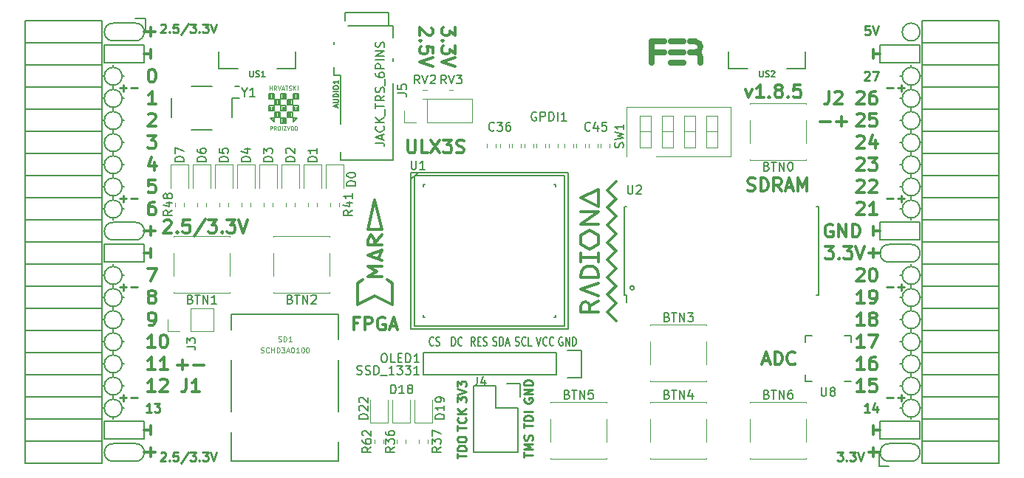
<source format=gto>
G04 #@! TF.GenerationSoftware,KiCad,Pcbnew,5.0.0-rc2-dev-unknown+dfsg1+20180318-2*
G04 #@! TF.CreationDate,2018-05-22T09:18:18+02:00*
G04 #@! TF.ProjectId,ulx3s,756C7833732E6B696361645F70636200,rev?*
G04 #@! TF.SameCoordinates,Original*
G04 #@! TF.FileFunction,Legend,Top*
G04 #@! TF.FilePolarity,Positive*
%FSLAX46Y46*%
G04 Gerber Fmt 4.6, Leading zero omitted, Abs format (unit mm)*
G04 Created by KiCad (PCBNEW 5.0.0-rc2-dev-unknown+dfsg1+20180318-2) date Tue May 22 09:18:18 2018*
%MOMM*%
%LPD*%
G01*
G04 APERTURE LIST*
%ADD10C,0.300000*%
%ADD11C,0.200000*%
%ADD12C,0.250000*%
%ADD13C,0.150000*%
%ADD14C,0.120000*%
%ADD15C,0.700000*%
%ADD16C,0.152400*%
%ADD17C,0.124460*%
%ADD18C,0.075000*%
G04 APERTURE END LIST*
D10*
X134560428Y-62144714D02*
X134560428Y-63073285D01*
X133989000Y-62573285D01*
X133989000Y-62787571D01*
X133917571Y-62930428D01*
X133846142Y-63001857D01*
X133703285Y-63073285D01*
X133346142Y-63073285D01*
X133203285Y-63001857D01*
X133131857Y-62930428D01*
X133060428Y-62787571D01*
X133060428Y-62359000D01*
X133131857Y-62216142D01*
X133203285Y-62144714D01*
X133203285Y-63716142D02*
X133131857Y-63787571D01*
X133060428Y-63716142D01*
X133131857Y-63644714D01*
X133203285Y-63716142D01*
X133060428Y-63716142D01*
X134560428Y-64287571D02*
X134560428Y-65216142D01*
X133989000Y-64716142D01*
X133989000Y-64930428D01*
X133917571Y-65073285D01*
X133846142Y-65144714D01*
X133703285Y-65216142D01*
X133346142Y-65216142D01*
X133203285Y-65144714D01*
X133131857Y-65073285D01*
X133060428Y-64930428D01*
X133060428Y-64501857D01*
X133131857Y-64359000D01*
X133203285Y-64287571D01*
X134560428Y-65644714D02*
X133060428Y-66144714D01*
X134560428Y-66644714D01*
X131877571Y-62216142D02*
X131949000Y-62287571D01*
X132020428Y-62430428D01*
X132020428Y-62787571D01*
X131949000Y-62930428D01*
X131877571Y-63001857D01*
X131734714Y-63073285D01*
X131591857Y-63073285D01*
X131377571Y-63001857D01*
X130520428Y-62144714D01*
X130520428Y-63073285D01*
X130663285Y-63716142D02*
X130591857Y-63787571D01*
X130520428Y-63716142D01*
X130591857Y-63644714D01*
X130663285Y-63716142D01*
X130520428Y-63716142D01*
X132020428Y-65144714D02*
X132020428Y-64430428D01*
X131306142Y-64359000D01*
X131377571Y-64430428D01*
X131449000Y-64573285D01*
X131449000Y-64930428D01*
X131377571Y-65073285D01*
X131306142Y-65144714D01*
X131163285Y-65216142D01*
X130806142Y-65216142D01*
X130663285Y-65144714D01*
X130591857Y-65073285D01*
X130520428Y-64930428D01*
X130520428Y-64573285D01*
X130591857Y-64430428D01*
X130663285Y-64359000D01*
X132020428Y-65644714D02*
X130520428Y-66144714D01*
X132020428Y-66644714D01*
X102760000Y-100897142D02*
X103902857Y-100897142D01*
X103331428Y-101468571D02*
X103331428Y-100325714D01*
X104617142Y-100897142D02*
X105760000Y-100897142D01*
X167847714Y-69226571D02*
X168204857Y-70226571D01*
X168562000Y-69226571D01*
X169919142Y-70226571D02*
X169062000Y-70226571D01*
X169490571Y-70226571D02*
X169490571Y-68726571D01*
X169347714Y-68940857D01*
X169204857Y-69083714D01*
X169062000Y-69155142D01*
X170562000Y-70083714D02*
X170633428Y-70155142D01*
X170562000Y-70226571D01*
X170490571Y-70155142D01*
X170562000Y-70083714D01*
X170562000Y-70226571D01*
X171490571Y-69369428D02*
X171347714Y-69298000D01*
X171276285Y-69226571D01*
X171204857Y-69083714D01*
X171204857Y-69012285D01*
X171276285Y-68869428D01*
X171347714Y-68798000D01*
X171490571Y-68726571D01*
X171776285Y-68726571D01*
X171919142Y-68798000D01*
X171990571Y-68869428D01*
X172062000Y-69012285D01*
X172062000Y-69083714D01*
X171990571Y-69226571D01*
X171919142Y-69298000D01*
X171776285Y-69369428D01*
X171490571Y-69369428D01*
X171347714Y-69440857D01*
X171276285Y-69512285D01*
X171204857Y-69655142D01*
X171204857Y-69940857D01*
X171276285Y-70083714D01*
X171347714Y-70155142D01*
X171490571Y-70226571D01*
X171776285Y-70226571D01*
X171919142Y-70155142D01*
X171990571Y-70083714D01*
X172062000Y-69940857D01*
X172062000Y-69655142D01*
X171990571Y-69512285D01*
X171919142Y-69440857D01*
X171776285Y-69369428D01*
X172704857Y-70083714D02*
X172776285Y-70155142D01*
X172704857Y-70226571D01*
X172633428Y-70155142D01*
X172704857Y-70083714D01*
X172704857Y-70226571D01*
X174133428Y-68726571D02*
X173419142Y-68726571D01*
X173347714Y-69440857D01*
X173419142Y-69369428D01*
X173562000Y-69298000D01*
X173919142Y-69298000D01*
X174062000Y-69369428D01*
X174133428Y-69440857D01*
X174204857Y-69583714D01*
X174204857Y-69940857D01*
X174133428Y-70083714D01*
X174062000Y-70155142D01*
X173919142Y-70226571D01*
X173562000Y-70226571D01*
X173419142Y-70155142D01*
X173347714Y-70083714D01*
X182492000Y-87582000D02*
X182492000Y-88598000D01*
X181984000Y-88090000D02*
X183254000Y-88090000D01*
X182492000Y-110442000D02*
X182492000Y-111458000D01*
X183254000Y-110950000D02*
X181984000Y-110950000D01*
X99688000Y-110442000D02*
X99688000Y-111458000D01*
X98926000Y-110950000D02*
X100196000Y-110950000D01*
X99688000Y-62182000D02*
X99688000Y-63198000D01*
X98926000Y-62690000D02*
X100196000Y-62690000D01*
X99688000Y-85042000D02*
X99688000Y-86058000D01*
X98926000Y-85550000D02*
X100196000Y-85550000D01*
D11*
X97910000Y-63706000D02*
G75*
G03X97910000Y-61674000I0J1016000D01*
G01*
X184270000Y-109934000D02*
G75*
G03X184270000Y-111966000I0J-1016000D01*
G01*
X95370000Y-111966000D02*
X97910000Y-111966000D01*
X95370000Y-109934000D02*
X97910000Y-109934000D01*
X97910000Y-111966000D02*
G75*
G03X97910000Y-109934000I0J1016000D01*
G01*
X95370000Y-109934000D02*
G75*
G03X95370000Y-111966000I0J-1016000D01*
G01*
X95370000Y-61674000D02*
X97910000Y-61674000D01*
X95370000Y-63706000D02*
X97910000Y-63706000D01*
X95370000Y-61674000D02*
G75*
G03X95370000Y-63706000I0J-1016000D01*
G01*
X95370000Y-84534000D02*
X97910000Y-84534000D01*
X95370000Y-86566000D02*
X97910000Y-86566000D01*
X95370000Y-84534000D02*
G75*
G03X95370000Y-86566000I0J-1016000D01*
G01*
X97910000Y-86566000D02*
G75*
G03X97910000Y-84534000I0J1016000D01*
G01*
X187826000Y-62690000D02*
G75*
G03X187826000Y-62690000I-1016000J0D01*
G01*
X184270000Y-89106000D02*
X186810000Y-89106000D01*
X184270000Y-87074000D02*
X186810000Y-87074000D01*
X184270000Y-87074000D02*
G75*
G03X184270000Y-89106000I0J-1016000D01*
G01*
X186810000Y-89106000D02*
G75*
G03X186810000Y-87074000I0J1016000D01*
G01*
X186810000Y-111966000D02*
X184270000Y-111966000D01*
X186810000Y-109934000D02*
X184270000Y-109934000D01*
X186810000Y-111966000D02*
G75*
G03X186810000Y-109934000I0J1016000D01*
G01*
X94354000Y-66246000D02*
X94354000Y-64214000D01*
X98926000Y-66246000D02*
X94354000Y-66246000D01*
X98926000Y-64214000D02*
X98926000Y-66246000D01*
X94354000Y-64214000D02*
X98926000Y-64214000D01*
X94354000Y-87074000D02*
X98926000Y-87074000D01*
X94354000Y-89106000D02*
X94354000Y-87074000D01*
X98926000Y-89106000D02*
X94354000Y-89106000D01*
X98926000Y-87074000D02*
X98926000Y-89106000D01*
X94354000Y-109426000D02*
X98926000Y-109426000D01*
X94354000Y-107394000D02*
X94354000Y-109426000D01*
X98926000Y-107394000D02*
X94354000Y-107394000D01*
X98926000Y-109426000D02*
X98926000Y-107394000D01*
X183254000Y-109426000D02*
X187826000Y-109426000D01*
X183254000Y-107394000D02*
X183254000Y-109426000D01*
X187826000Y-107394000D02*
X187826000Y-109426000D01*
X183254000Y-107394000D02*
X187826000Y-107394000D01*
X183254000Y-66246000D02*
X187826000Y-66246000D01*
X183254000Y-64214000D02*
X183254000Y-66246000D01*
X187826000Y-64214000D02*
X183254000Y-64214000D01*
X187826000Y-66246000D02*
X187826000Y-64214000D01*
X183254000Y-84534000D02*
X187826000Y-84534000D01*
X183254000Y-86566000D02*
X183254000Y-84534000D01*
X187826000Y-86566000D02*
X183254000Y-86566000D01*
X187826000Y-84534000D02*
X187826000Y-86566000D01*
D12*
X96148000Y-69111428D02*
X96909904Y-69111428D01*
X96528952Y-69492380D02*
X96528952Y-68730476D01*
X97386095Y-69111428D02*
X98148000Y-69111428D01*
X96148000Y-81811428D02*
X96909904Y-81811428D01*
X96528952Y-82192380D02*
X96528952Y-81430476D01*
X97386095Y-81811428D02*
X98148000Y-81811428D01*
X96148000Y-91971428D02*
X96909904Y-91971428D01*
X96528952Y-92352380D02*
X96528952Y-91590476D01*
X97386095Y-91971428D02*
X98148000Y-91971428D01*
X96148000Y-104671428D02*
X96909904Y-104671428D01*
X96528952Y-105052380D02*
X96528952Y-104290476D01*
X97386095Y-104671428D02*
X98148000Y-104671428D01*
X184032000Y-104671428D02*
X184793904Y-104671428D01*
X185270095Y-104671428D02*
X186032000Y-104671428D01*
X185651047Y-105052380D02*
X185651047Y-104290476D01*
X184032000Y-91971428D02*
X184793904Y-91971428D01*
X185270095Y-91971428D02*
X186032000Y-91971428D01*
X185651047Y-92352380D02*
X185651047Y-91590476D01*
X184032000Y-81811428D02*
X184793904Y-81811428D01*
X185270095Y-81811428D02*
X186032000Y-81811428D01*
X185651047Y-82192380D02*
X185651047Y-81430476D01*
X184032000Y-69111428D02*
X184793904Y-69111428D01*
X185270095Y-69111428D02*
X186032000Y-69111428D01*
X185651047Y-69492380D02*
X185651047Y-68730476D01*
D10*
X176420000Y-72957142D02*
X177562857Y-72957142D01*
X178277142Y-72957142D02*
X179420000Y-72957142D01*
X178848571Y-73528571D02*
X178848571Y-72385714D01*
D11*
X187826000Y-67770000D02*
G75*
G03X187826000Y-67770000I-1016000J0D01*
G01*
X187826000Y-70310000D02*
G75*
G03X187826000Y-70310000I-1016000J0D01*
G01*
X187826000Y-72850000D02*
G75*
G03X187826000Y-72850000I-1016000J0D01*
G01*
X187826000Y-75390000D02*
G75*
G03X187826000Y-75390000I-1016000J0D01*
G01*
X187826000Y-77930000D02*
G75*
G03X187826000Y-77930000I-1016000J0D01*
G01*
X187826000Y-80470000D02*
G75*
G03X187826000Y-80470000I-1016000J0D01*
G01*
X187826000Y-83010000D02*
G75*
G03X187826000Y-83010000I-1016000J0D01*
G01*
X187826000Y-90630000D02*
G75*
G03X187826000Y-90630000I-1016000J0D01*
G01*
X187826000Y-93170000D02*
G75*
G03X187826000Y-93170000I-1016000J0D01*
G01*
X187826000Y-95710000D02*
G75*
G03X187826000Y-95710000I-1016000J0D01*
G01*
X187826000Y-98250000D02*
G75*
G03X187826000Y-98250000I-1016000J0D01*
G01*
X187826000Y-100790000D02*
G75*
G03X187826000Y-100790000I-1016000J0D01*
G01*
X187826000Y-103330000D02*
G75*
G03X187826000Y-103330000I-1016000J0D01*
G01*
X187826000Y-105870000D02*
G75*
G03X187826000Y-105870000I-1016000J0D01*
G01*
X96386000Y-105870000D02*
G75*
G03X96386000Y-105870000I-1016000J0D01*
G01*
X96386000Y-103330000D02*
G75*
G03X96386000Y-103330000I-1016000J0D01*
G01*
X96386000Y-100790000D02*
G75*
G03X96386000Y-100790000I-1016000J0D01*
G01*
X96386000Y-98250000D02*
G75*
G03X96386000Y-98250000I-1016000J0D01*
G01*
X96386000Y-95710000D02*
G75*
G03X96386000Y-95710000I-1016000J0D01*
G01*
X96386000Y-93170000D02*
G75*
G03X96386000Y-93170000I-1016000J0D01*
G01*
X96386000Y-90630000D02*
G75*
G03X96386000Y-90630000I-1016000J0D01*
G01*
X96386000Y-83010000D02*
G75*
G03X96386000Y-83010000I-1016000J0D01*
G01*
X96386000Y-80470000D02*
G75*
G03X96386000Y-80470000I-1016000J0D01*
G01*
X96386000Y-77930000D02*
G75*
G03X96386000Y-77930000I-1016000J0D01*
G01*
X96386000Y-75390000D02*
G75*
G03X96386000Y-75390000I-1016000J0D01*
G01*
X96386000Y-72850000D02*
G75*
G03X96386000Y-72850000I-1016000J0D01*
G01*
X96386000Y-70310000D02*
G75*
G03X96386000Y-70310000I-1016000J0D01*
G01*
X96386000Y-67770000D02*
G75*
G03X96386000Y-67770000I-1016000J0D01*
G01*
D10*
X177793142Y-84800000D02*
X177650285Y-84728571D01*
X177436000Y-84728571D01*
X177221714Y-84800000D01*
X177078857Y-84942857D01*
X177007428Y-85085714D01*
X176936000Y-85371428D01*
X176936000Y-85585714D01*
X177007428Y-85871428D01*
X177078857Y-86014285D01*
X177221714Y-86157142D01*
X177436000Y-86228571D01*
X177578857Y-86228571D01*
X177793142Y-86157142D01*
X177864571Y-86085714D01*
X177864571Y-85585714D01*
X177578857Y-85585714D01*
X178507428Y-86228571D02*
X178507428Y-84728571D01*
X179364571Y-86228571D01*
X179364571Y-84728571D01*
X180078857Y-86228571D02*
X180078857Y-84728571D01*
X180436000Y-84728571D01*
X180650285Y-84800000D01*
X180793142Y-84942857D01*
X180864571Y-85085714D01*
X180936000Y-85371428D01*
X180936000Y-85585714D01*
X180864571Y-85871428D01*
X180793142Y-86014285D01*
X180650285Y-86157142D01*
X180436000Y-86228571D01*
X180078857Y-86228571D01*
X182492000Y-86058000D02*
X182492000Y-85042000D01*
X183254000Y-85550000D02*
X182492000Y-85550000D01*
X182492000Y-107902000D02*
X182492000Y-108918000D01*
X182492000Y-108410000D02*
X183254000Y-108410000D01*
D12*
X182047523Y-106322380D02*
X181476095Y-106322380D01*
X181761809Y-106322380D02*
X181761809Y-105322380D01*
X181666571Y-105465238D01*
X181571333Y-105560476D01*
X181476095Y-105608095D01*
X182904666Y-105655714D02*
X182904666Y-106322380D01*
X182666571Y-105274761D02*
X182428476Y-105989047D01*
X183047523Y-105989047D01*
X181476095Y-67317619D02*
X181523714Y-67270000D01*
X181618952Y-67222380D01*
X181857047Y-67222380D01*
X181952285Y-67270000D01*
X181999904Y-67317619D01*
X182047523Y-67412857D01*
X182047523Y-67508095D01*
X181999904Y-67650952D01*
X181428476Y-68222380D01*
X182047523Y-68222380D01*
X182380857Y-67222380D02*
X183047523Y-67222380D01*
X182618952Y-68222380D01*
D10*
X182492000Y-64722000D02*
X182492000Y-65738000D01*
X182492000Y-65230000D02*
X183254000Y-65230000D01*
X99688000Y-107902000D02*
X99688000Y-108918000D01*
X98926000Y-108410000D02*
X99688000Y-108410000D01*
X99315000Y-74568571D02*
X100243571Y-74568571D01*
X99743571Y-75140000D01*
X99957857Y-75140000D01*
X100100714Y-75211428D01*
X100172142Y-75282857D01*
X100243571Y-75425714D01*
X100243571Y-75782857D01*
X100172142Y-75925714D01*
X100100714Y-75997142D01*
X99957857Y-76068571D01*
X99529285Y-76068571D01*
X99386428Y-75997142D01*
X99315000Y-75925714D01*
X100100714Y-77608571D02*
X100100714Y-78608571D01*
X99743571Y-77037142D02*
X99386428Y-78108571D01*
X100315000Y-78108571D01*
X100172142Y-79648571D02*
X99457857Y-79648571D01*
X99386428Y-80362857D01*
X99457857Y-80291428D01*
X99600714Y-80220000D01*
X99957857Y-80220000D01*
X100100714Y-80291428D01*
X100172142Y-80362857D01*
X100243571Y-80505714D01*
X100243571Y-80862857D01*
X100172142Y-81005714D01*
X100100714Y-81077142D01*
X99957857Y-81148571D01*
X99600714Y-81148571D01*
X99457857Y-81077142D01*
X99386428Y-81005714D01*
D12*
X99751523Y-106322380D02*
X99180095Y-106322380D01*
X99465809Y-106322380D02*
X99465809Y-105322380D01*
X99370571Y-105465238D01*
X99275333Y-105560476D01*
X99180095Y-105608095D01*
X100084857Y-105322380D02*
X100703904Y-105322380D01*
X100370571Y-105703333D01*
X100513428Y-105703333D01*
X100608666Y-105750952D01*
X100656285Y-105798571D01*
X100703904Y-105893809D01*
X100703904Y-106131904D01*
X100656285Y-106227142D01*
X100608666Y-106274761D01*
X100513428Y-106322380D01*
X100227714Y-106322380D01*
X100132476Y-106274761D01*
X100084857Y-106227142D01*
D10*
X99315000Y-89808571D02*
X100315000Y-89808571D01*
X99672142Y-91308571D01*
X99688000Y-87582000D02*
X99688000Y-88598000D01*
X98926000Y-88090000D02*
X99688000Y-88090000D01*
X99688000Y-64722000D02*
X99688000Y-65738000D01*
X98926000Y-65230000D02*
X99688000Y-65230000D01*
D12*
X100817976Y-61874619D02*
X100865595Y-61827000D01*
X100960833Y-61779380D01*
X101198928Y-61779380D01*
X101294166Y-61827000D01*
X101341785Y-61874619D01*
X101389404Y-61969857D01*
X101389404Y-62065095D01*
X101341785Y-62207952D01*
X100770357Y-62779380D01*
X101389404Y-62779380D01*
X101817976Y-62684142D02*
X101865595Y-62731761D01*
X101817976Y-62779380D01*
X101770357Y-62731761D01*
X101817976Y-62684142D01*
X101817976Y-62779380D01*
X102770357Y-61779380D02*
X102294166Y-61779380D01*
X102246547Y-62255571D01*
X102294166Y-62207952D01*
X102389404Y-62160333D01*
X102627500Y-62160333D01*
X102722738Y-62207952D01*
X102770357Y-62255571D01*
X102817976Y-62350809D01*
X102817976Y-62588904D01*
X102770357Y-62684142D01*
X102722738Y-62731761D01*
X102627500Y-62779380D01*
X102389404Y-62779380D01*
X102294166Y-62731761D01*
X102246547Y-62684142D01*
X103960833Y-61731761D02*
X103103690Y-63017476D01*
X104198928Y-61779380D02*
X104817976Y-61779380D01*
X104484642Y-62160333D01*
X104627500Y-62160333D01*
X104722738Y-62207952D01*
X104770357Y-62255571D01*
X104817976Y-62350809D01*
X104817976Y-62588904D01*
X104770357Y-62684142D01*
X104722738Y-62731761D01*
X104627500Y-62779380D01*
X104341785Y-62779380D01*
X104246547Y-62731761D01*
X104198928Y-62684142D01*
X105246547Y-62684142D02*
X105294166Y-62731761D01*
X105246547Y-62779380D01*
X105198928Y-62731761D01*
X105246547Y-62684142D01*
X105246547Y-62779380D01*
X105627500Y-61779380D02*
X106246547Y-61779380D01*
X105913214Y-62160333D01*
X106056071Y-62160333D01*
X106151309Y-62207952D01*
X106198928Y-62255571D01*
X106246547Y-62350809D01*
X106246547Y-62588904D01*
X106198928Y-62684142D01*
X106151309Y-62731761D01*
X106056071Y-62779380D01*
X105770357Y-62779380D01*
X105675119Y-62731761D01*
X105627500Y-62684142D01*
X106532261Y-61779380D02*
X106865595Y-62779380D01*
X107198928Y-61779380D01*
X178360261Y-110910380D02*
X178979309Y-110910380D01*
X178645976Y-111291333D01*
X178788833Y-111291333D01*
X178884071Y-111338952D01*
X178931690Y-111386571D01*
X178979309Y-111481809D01*
X178979309Y-111719904D01*
X178931690Y-111815142D01*
X178884071Y-111862761D01*
X178788833Y-111910380D01*
X178503119Y-111910380D01*
X178407880Y-111862761D01*
X178360261Y-111815142D01*
X179407880Y-111815142D02*
X179455500Y-111862761D01*
X179407880Y-111910380D01*
X179360261Y-111862761D01*
X179407880Y-111815142D01*
X179407880Y-111910380D01*
X179788833Y-110910380D02*
X180407880Y-110910380D01*
X180074547Y-111291333D01*
X180217404Y-111291333D01*
X180312642Y-111338952D01*
X180360261Y-111386571D01*
X180407880Y-111481809D01*
X180407880Y-111719904D01*
X180360261Y-111815142D01*
X180312642Y-111862761D01*
X180217404Y-111910380D01*
X179931690Y-111910380D01*
X179836452Y-111862761D01*
X179788833Y-111815142D01*
X180693595Y-110910380D02*
X181026928Y-111910380D01*
X181360261Y-110910380D01*
D10*
X101199714Y-84381428D02*
X101271142Y-84310000D01*
X101414000Y-84238571D01*
X101771142Y-84238571D01*
X101914000Y-84310000D01*
X101985428Y-84381428D01*
X102056857Y-84524285D01*
X102056857Y-84667142D01*
X101985428Y-84881428D01*
X101128285Y-85738571D01*
X102056857Y-85738571D01*
X102699714Y-85595714D02*
X102771142Y-85667142D01*
X102699714Y-85738571D01*
X102628285Y-85667142D01*
X102699714Y-85595714D01*
X102699714Y-85738571D01*
X104128285Y-84238571D02*
X103414000Y-84238571D01*
X103342571Y-84952857D01*
X103414000Y-84881428D01*
X103556857Y-84810000D01*
X103914000Y-84810000D01*
X104056857Y-84881428D01*
X104128285Y-84952857D01*
X104199714Y-85095714D01*
X104199714Y-85452857D01*
X104128285Y-85595714D01*
X104056857Y-85667142D01*
X103914000Y-85738571D01*
X103556857Y-85738571D01*
X103414000Y-85667142D01*
X103342571Y-85595714D01*
X105914000Y-84167142D02*
X104628285Y-86095714D01*
X106271142Y-84238571D02*
X107199714Y-84238571D01*
X106699714Y-84810000D01*
X106914000Y-84810000D01*
X107056857Y-84881428D01*
X107128285Y-84952857D01*
X107199714Y-85095714D01*
X107199714Y-85452857D01*
X107128285Y-85595714D01*
X107056857Y-85667142D01*
X106914000Y-85738571D01*
X106485428Y-85738571D01*
X106342571Y-85667142D01*
X106271142Y-85595714D01*
X107842571Y-85595714D02*
X107914000Y-85667142D01*
X107842571Y-85738571D01*
X107771142Y-85667142D01*
X107842571Y-85595714D01*
X107842571Y-85738571D01*
X108414000Y-84238571D02*
X109342571Y-84238571D01*
X108842571Y-84810000D01*
X109056857Y-84810000D01*
X109199714Y-84881428D01*
X109271142Y-84952857D01*
X109342571Y-85095714D01*
X109342571Y-85452857D01*
X109271142Y-85595714D01*
X109199714Y-85667142D01*
X109056857Y-85738571D01*
X108628285Y-85738571D01*
X108485428Y-85667142D01*
X108414000Y-85595714D01*
X109771142Y-84238571D02*
X110271142Y-85738571D01*
X110771142Y-84238571D01*
D12*
X100817976Y-111023619D02*
X100865595Y-110976000D01*
X100960833Y-110928380D01*
X101198928Y-110928380D01*
X101294166Y-110976000D01*
X101341785Y-111023619D01*
X101389404Y-111118857D01*
X101389404Y-111214095D01*
X101341785Y-111356952D01*
X100770357Y-111928380D01*
X101389404Y-111928380D01*
X101817976Y-111833142D02*
X101865595Y-111880761D01*
X101817976Y-111928380D01*
X101770357Y-111880761D01*
X101817976Y-111833142D01*
X101817976Y-111928380D01*
X102770357Y-110928380D02*
X102294166Y-110928380D01*
X102246547Y-111404571D01*
X102294166Y-111356952D01*
X102389404Y-111309333D01*
X102627500Y-111309333D01*
X102722738Y-111356952D01*
X102770357Y-111404571D01*
X102817976Y-111499809D01*
X102817976Y-111737904D01*
X102770357Y-111833142D01*
X102722738Y-111880761D01*
X102627500Y-111928380D01*
X102389404Y-111928380D01*
X102294166Y-111880761D01*
X102246547Y-111833142D01*
X103960833Y-110880761D02*
X103103690Y-112166476D01*
X104198928Y-110928380D02*
X104817976Y-110928380D01*
X104484642Y-111309333D01*
X104627500Y-111309333D01*
X104722738Y-111356952D01*
X104770357Y-111404571D01*
X104817976Y-111499809D01*
X104817976Y-111737904D01*
X104770357Y-111833142D01*
X104722738Y-111880761D01*
X104627500Y-111928380D01*
X104341785Y-111928380D01*
X104246547Y-111880761D01*
X104198928Y-111833142D01*
X105246547Y-111833142D02*
X105294166Y-111880761D01*
X105246547Y-111928380D01*
X105198928Y-111880761D01*
X105246547Y-111833142D01*
X105246547Y-111928380D01*
X105627500Y-110928380D02*
X106246547Y-110928380D01*
X105913214Y-111309333D01*
X106056071Y-111309333D01*
X106151309Y-111356952D01*
X106198928Y-111404571D01*
X106246547Y-111499809D01*
X106246547Y-111737904D01*
X106198928Y-111833142D01*
X106151309Y-111880761D01*
X106056071Y-111928380D01*
X105770357Y-111928380D01*
X105675119Y-111880761D01*
X105627500Y-111833142D01*
X106532261Y-110928380D02*
X106865595Y-111928380D01*
X107198928Y-110928380D01*
X182047523Y-62015380D02*
X181571333Y-62015380D01*
X181523714Y-62491571D01*
X181571333Y-62443952D01*
X181666571Y-62396333D01*
X181904666Y-62396333D01*
X181999904Y-62443952D01*
X182047523Y-62491571D01*
X182095142Y-62586809D01*
X182095142Y-62824904D01*
X182047523Y-62920142D01*
X181999904Y-62967761D01*
X181904666Y-63015380D01*
X181666571Y-63015380D01*
X181571333Y-62967761D01*
X181523714Y-62920142D01*
X182380857Y-62015380D02*
X182714190Y-63015380D01*
X183047523Y-62015380D01*
D10*
X180587142Y-69631428D02*
X180658571Y-69560000D01*
X180801428Y-69488571D01*
X181158571Y-69488571D01*
X181301428Y-69560000D01*
X181372857Y-69631428D01*
X181444285Y-69774285D01*
X181444285Y-69917142D01*
X181372857Y-70131428D01*
X180515714Y-70988571D01*
X181444285Y-70988571D01*
X182730000Y-69488571D02*
X182444285Y-69488571D01*
X182301428Y-69560000D01*
X182230000Y-69631428D01*
X182087142Y-69845714D01*
X182015714Y-70131428D01*
X182015714Y-70702857D01*
X182087142Y-70845714D01*
X182158571Y-70917142D01*
X182301428Y-70988571D01*
X182587142Y-70988571D01*
X182730000Y-70917142D01*
X182801428Y-70845714D01*
X182872857Y-70702857D01*
X182872857Y-70345714D01*
X182801428Y-70202857D01*
X182730000Y-70131428D01*
X182587142Y-70060000D01*
X182301428Y-70060000D01*
X182158571Y-70131428D01*
X182087142Y-70202857D01*
X182015714Y-70345714D01*
X180587142Y-72171428D02*
X180658571Y-72100000D01*
X180801428Y-72028571D01*
X181158571Y-72028571D01*
X181301428Y-72100000D01*
X181372857Y-72171428D01*
X181444285Y-72314285D01*
X181444285Y-72457142D01*
X181372857Y-72671428D01*
X180515714Y-73528571D01*
X181444285Y-73528571D01*
X182801428Y-72028571D02*
X182087142Y-72028571D01*
X182015714Y-72742857D01*
X182087142Y-72671428D01*
X182230000Y-72600000D01*
X182587142Y-72600000D01*
X182730000Y-72671428D01*
X182801428Y-72742857D01*
X182872857Y-72885714D01*
X182872857Y-73242857D01*
X182801428Y-73385714D01*
X182730000Y-73457142D01*
X182587142Y-73528571D01*
X182230000Y-73528571D01*
X182087142Y-73457142D01*
X182015714Y-73385714D01*
X180587142Y-74711428D02*
X180658571Y-74640000D01*
X180801428Y-74568571D01*
X181158571Y-74568571D01*
X181301428Y-74640000D01*
X181372857Y-74711428D01*
X181444285Y-74854285D01*
X181444285Y-74997142D01*
X181372857Y-75211428D01*
X180515714Y-76068571D01*
X181444285Y-76068571D01*
X182730000Y-75068571D02*
X182730000Y-76068571D01*
X182372857Y-74497142D02*
X182015714Y-75568571D01*
X182944285Y-75568571D01*
X180587142Y-77251428D02*
X180658571Y-77180000D01*
X180801428Y-77108571D01*
X181158571Y-77108571D01*
X181301428Y-77180000D01*
X181372857Y-77251428D01*
X181444285Y-77394285D01*
X181444285Y-77537142D01*
X181372857Y-77751428D01*
X180515714Y-78608571D01*
X181444285Y-78608571D01*
X181944285Y-77108571D02*
X182872857Y-77108571D01*
X182372857Y-77680000D01*
X182587142Y-77680000D01*
X182730000Y-77751428D01*
X182801428Y-77822857D01*
X182872857Y-77965714D01*
X182872857Y-78322857D01*
X182801428Y-78465714D01*
X182730000Y-78537142D01*
X182587142Y-78608571D01*
X182158571Y-78608571D01*
X182015714Y-78537142D01*
X181944285Y-78465714D01*
X180587142Y-79791428D02*
X180658571Y-79720000D01*
X180801428Y-79648571D01*
X181158571Y-79648571D01*
X181301428Y-79720000D01*
X181372857Y-79791428D01*
X181444285Y-79934285D01*
X181444285Y-80077142D01*
X181372857Y-80291428D01*
X180515714Y-81148571D01*
X181444285Y-81148571D01*
X182015714Y-79791428D02*
X182087142Y-79720000D01*
X182230000Y-79648571D01*
X182587142Y-79648571D01*
X182730000Y-79720000D01*
X182801428Y-79791428D01*
X182872857Y-79934285D01*
X182872857Y-80077142D01*
X182801428Y-80291428D01*
X181944285Y-81148571D01*
X182872857Y-81148571D01*
X180587142Y-82331428D02*
X180658571Y-82260000D01*
X180801428Y-82188571D01*
X181158571Y-82188571D01*
X181301428Y-82260000D01*
X181372857Y-82331428D01*
X181444285Y-82474285D01*
X181444285Y-82617142D01*
X181372857Y-82831428D01*
X180515714Y-83688571D01*
X181444285Y-83688571D01*
X182872857Y-83688571D02*
X182015714Y-83688571D01*
X182444285Y-83688571D02*
X182444285Y-82188571D01*
X182301428Y-82402857D01*
X182158571Y-82545714D01*
X182015714Y-82617142D01*
X176975714Y-87268571D02*
X177904285Y-87268571D01*
X177404285Y-87840000D01*
X177618571Y-87840000D01*
X177761428Y-87911428D01*
X177832857Y-87982857D01*
X177904285Y-88125714D01*
X177904285Y-88482857D01*
X177832857Y-88625714D01*
X177761428Y-88697142D01*
X177618571Y-88768571D01*
X177190000Y-88768571D01*
X177047142Y-88697142D01*
X176975714Y-88625714D01*
X178547142Y-88625714D02*
X178618571Y-88697142D01*
X178547142Y-88768571D01*
X178475714Y-88697142D01*
X178547142Y-88625714D01*
X178547142Y-88768571D01*
X179118571Y-87268571D02*
X180047142Y-87268571D01*
X179547142Y-87840000D01*
X179761428Y-87840000D01*
X179904285Y-87911428D01*
X179975714Y-87982857D01*
X180047142Y-88125714D01*
X180047142Y-88482857D01*
X179975714Y-88625714D01*
X179904285Y-88697142D01*
X179761428Y-88768571D01*
X179332857Y-88768571D01*
X179190000Y-88697142D01*
X179118571Y-88625714D01*
X180475714Y-87268571D02*
X180975714Y-88768571D01*
X181475714Y-87268571D01*
X180587142Y-89951428D02*
X180658571Y-89880000D01*
X180801428Y-89808571D01*
X181158571Y-89808571D01*
X181301428Y-89880000D01*
X181372857Y-89951428D01*
X181444285Y-90094285D01*
X181444285Y-90237142D01*
X181372857Y-90451428D01*
X180515714Y-91308571D01*
X181444285Y-91308571D01*
X182372857Y-89808571D02*
X182515714Y-89808571D01*
X182658571Y-89880000D01*
X182730000Y-89951428D01*
X182801428Y-90094285D01*
X182872857Y-90380000D01*
X182872857Y-90737142D01*
X182801428Y-91022857D01*
X182730000Y-91165714D01*
X182658571Y-91237142D01*
X182515714Y-91308571D01*
X182372857Y-91308571D01*
X182230000Y-91237142D01*
X182158571Y-91165714D01*
X182087142Y-91022857D01*
X182015714Y-90737142D01*
X182015714Y-90380000D01*
X182087142Y-90094285D01*
X182158571Y-89951428D01*
X182230000Y-89880000D01*
X182372857Y-89808571D01*
X181444285Y-93848571D02*
X180587142Y-93848571D01*
X181015714Y-93848571D02*
X181015714Y-92348571D01*
X180872857Y-92562857D01*
X180730000Y-92705714D01*
X180587142Y-92777142D01*
X182158571Y-93848571D02*
X182444285Y-93848571D01*
X182587142Y-93777142D01*
X182658571Y-93705714D01*
X182801428Y-93491428D01*
X182872857Y-93205714D01*
X182872857Y-92634285D01*
X182801428Y-92491428D01*
X182730000Y-92420000D01*
X182587142Y-92348571D01*
X182301428Y-92348571D01*
X182158571Y-92420000D01*
X182087142Y-92491428D01*
X182015714Y-92634285D01*
X182015714Y-92991428D01*
X182087142Y-93134285D01*
X182158571Y-93205714D01*
X182301428Y-93277142D01*
X182587142Y-93277142D01*
X182730000Y-93205714D01*
X182801428Y-93134285D01*
X182872857Y-92991428D01*
X181444285Y-96388571D02*
X180587142Y-96388571D01*
X181015714Y-96388571D02*
X181015714Y-94888571D01*
X180872857Y-95102857D01*
X180730000Y-95245714D01*
X180587142Y-95317142D01*
X182301428Y-95531428D02*
X182158571Y-95460000D01*
X182087142Y-95388571D01*
X182015714Y-95245714D01*
X182015714Y-95174285D01*
X182087142Y-95031428D01*
X182158571Y-94960000D01*
X182301428Y-94888571D01*
X182587142Y-94888571D01*
X182730000Y-94960000D01*
X182801428Y-95031428D01*
X182872857Y-95174285D01*
X182872857Y-95245714D01*
X182801428Y-95388571D01*
X182730000Y-95460000D01*
X182587142Y-95531428D01*
X182301428Y-95531428D01*
X182158571Y-95602857D01*
X182087142Y-95674285D01*
X182015714Y-95817142D01*
X182015714Y-96102857D01*
X182087142Y-96245714D01*
X182158571Y-96317142D01*
X182301428Y-96388571D01*
X182587142Y-96388571D01*
X182730000Y-96317142D01*
X182801428Y-96245714D01*
X182872857Y-96102857D01*
X182872857Y-95817142D01*
X182801428Y-95674285D01*
X182730000Y-95602857D01*
X182587142Y-95531428D01*
X181444285Y-98928571D02*
X180587142Y-98928571D01*
X181015714Y-98928571D02*
X181015714Y-97428571D01*
X180872857Y-97642857D01*
X180730000Y-97785714D01*
X180587142Y-97857142D01*
X181944285Y-97428571D02*
X182944285Y-97428571D01*
X182301428Y-98928571D01*
X181444285Y-101468571D02*
X180587142Y-101468571D01*
X181015714Y-101468571D02*
X181015714Y-99968571D01*
X180872857Y-100182857D01*
X180730000Y-100325714D01*
X180587142Y-100397142D01*
X182730000Y-99968571D02*
X182444285Y-99968571D01*
X182301428Y-100040000D01*
X182230000Y-100111428D01*
X182087142Y-100325714D01*
X182015714Y-100611428D01*
X182015714Y-101182857D01*
X182087142Y-101325714D01*
X182158571Y-101397142D01*
X182301428Y-101468571D01*
X182587142Y-101468571D01*
X182730000Y-101397142D01*
X182801428Y-101325714D01*
X182872857Y-101182857D01*
X182872857Y-100825714D01*
X182801428Y-100682857D01*
X182730000Y-100611428D01*
X182587142Y-100540000D01*
X182301428Y-100540000D01*
X182158571Y-100611428D01*
X182087142Y-100682857D01*
X182015714Y-100825714D01*
X181444285Y-104008571D02*
X180587142Y-104008571D01*
X181015714Y-104008571D02*
X181015714Y-102508571D01*
X180872857Y-102722857D01*
X180730000Y-102865714D01*
X180587142Y-102937142D01*
X182801428Y-102508571D02*
X182087142Y-102508571D01*
X182015714Y-103222857D01*
X182087142Y-103151428D01*
X182230000Y-103080000D01*
X182587142Y-103080000D01*
X182730000Y-103151428D01*
X182801428Y-103222857D01*
X182872857Y-103365714D01*
X182872857Y-103722857D01*
X182801428Y-103865714D01*
X182730000Y-103937142D01*
X182587142Y-104008571D01*
X182230000Y-104008571D01*
X182087142Y-103937142D01*
X182015714Y-103865714D01*
D11*
X186810000Y-66500000D02*
X186810000Y-66754000D01*
X187826000Y-67770000D02*
X188080000Y-67770000D01*
X185540000Y-67770000D02*
X185794000Y-67770000D01*
X186810000Y-69294000D02*
X186810000Y-68786000D01*
X187826000Y-70310000D02*
X188080000Y-70310000D01*
X185540000Y-70310000D02*
X185794000Y-70310000D01*
X186810000Y-71326000D02*
X186810000Y-71834000D01*
X187826000Y-72850000D02*
X188080000Y-72850000D01*
X185540000Y-72850000D02*
X185794000Y-72850000D01*
X186810000Y-73866000D02*
X186810000Y-74374000D01*
X187826000Y-75390000D02*
X188080000Y-75390000D01*
X185540000Y-75390000D02*
X185794000Y-75390000D01*
X186810000Y-76406000D02*
X186810000Y-76914000D01*
X187826000Y-77930000D02*
X188080000Y-77930000D01*
X185540000Y-77930000D02*
X185794000Y-77930000D01*
X186810000Y-79454000D02*
X186810000Y-78946000D01*
X187826000Y-80470000D02*
X188080000Y-80470000D01*
X185540000Y-80470000D02*
X185794000Y-80470000D01*
X186810000Y-81994000D02*
X186810000Y-81486000D01*
X187826000Y-83010000D02*
X188080000Y-83010000D01*
X185540000Y-83010000D02*
X185794000Y-83010000D01*
X186810000Y-84026000D02*
X186810000Y-84280000D01*
X186810000Y-89360000D02*
X186810000Y-89614000D01*
X187826000Y-90630000D02*
X188080000Y-90630000D01*
X185540000Y-90630000D02*
X185794000Y-90630000D01*
X186810000Y-91646000D02*
X186810000Y-92154000D01*
X187826000Y-93170000D02*
X188080000Y-93170000D01*
X185540000Y-93170000D02*
X185794000Y-93170000D01*
X186810000Y-94186000D02*
X186810000Y-94694000D01*
X187826000Y-95710000D02*
X188080000Y-95710000D01*
X185540000Y-95710000D02*
X185794000Y-95710000D01*
X186810000Y-97234000D02*
X186810000Y-96726000D01*
X187826000Y-98250000D02*
X188080000Y-98250000D01*
X185540000Y-98250000D02*
X185794000Y-98250000D01*
X187826000Y-100790000D02*
X188080000Y-100790000D01*
X185540000Y-100790000D02*
X185794000Y-100790000D01*
X186810000Y-99266000D02*
X186810000Y-99774000D01*
X186810000Y-102314000D02*
X186810000Y-101806000D01*
X187826000Y-103330000D02*
X188080000Y-103330000D01*
X185540000Y-103330000D02*
X185794000Y-103330000D01*
X186810000Y-104346000D02*
X186810000Y-104854000D01*
X185540000Y-105870000D02*
X185794000Y-105870000D01*
X187826000Y-105870000D02*
X188080000Y-105870000D01*
X186810000Y-106886000D02*
X186810000Y-107140000D01*
X95370000Y-66754000D02*
X95370000Y-66500000D01*
X96386000Y-67770000D02*
X96640000Y-67770000D01*
X94100000Y-67770000D02*
X94354000Y-67770000D01*
X95370000Y-68786000D02*
X95370000Y-69294000D01*
X96386000Y-70310000D02*
X96640000Y-70310000D01*
X94100000Y-70310000D02*
X94354000Y-70310000D01*
X95370000Y-71326000D02*
X95370000Y-71834000D01*
X96386000Y-72850000D02*
X96640000Y-72850000D01*
X94100000Y-72850000D02*
X94354000Y-72850000D01*
X95370000Y-73866000D02*
X95370000Y-74374000D01*
X96386000Y-75390000D02*
X96640000Y-75390000D01*
X95370000Y-76406000D02*
X95370000Y-76914000D01*
X96386000Y-77930000D02*
X96640000Y-77930000D01*
X94100000Y-77930000D02*
X94354000Y-77930000D01*
X95370000Y-79454000D02*
X95370000Y-78946000D01*
X96386000Y-80470000D02*
X96640000Y-80470000D01*
X94100000Y-80470000D02*
X94354000Y-80470000D01*
X95370000Y-81486000D02*
X95370000Y-81994000D01*
X96386000Y-83010000D02*
X96640000Y-83010000D01*
X95370000Y-84026000D02*
X95370000Y-84280000D01*
X94100000Y-83010000D02*
X94354000Y-83010000D01*
X95370000Y-106886000D02*
X95370000Y-107140000D01*
X95370000Y-89360000D02*
X95370000Y-89614000D01*
X96386000Y-93170000D02*
X96640000Y-93170000D01*
X94100000Y-93170000D02*
X94354000Y-93170000D01*
X95370000Y-94186000D02*
X95370000Y-94694000D01*
X94100000Y-90630000D02*
X94354000Y-90630000D01*
X96386000Y-90630000D02*
X96640000Y-90630000D01*
X95370000Y-92154000D02*
X95370000Y-91646000D01*
X96386000Y-95710000D02*
X96640000Y-95710000D01*
X94100000Y-95710000D02*
X94354000Y-95710000D01*
X96386000Y-98250000D02*
X96640000Y-98250000D01*
X94354000Y-98250000D02*
X94100000Y-98250000D01*
X95370000Y-96726000D02*
X95370000Y-97234000D01*
X95370000Y-99266000D02*
X95370000Y-99774000D01*
X94100000Y-100790000D02*
X94354000Y-100790000D01*
X96386000Y-100790000D02*
X96640000Y-100790000D01*
X94100000Y-103330000D02*
X94354000Y-103330000D01*
X96386000Y-103330000D02*
X96640000Y-103330000D01*
X95370000Y-101806000D02*
X95370000Y-102314000D01*
X95370000Y-104346000D02*
X95370000Y-104854000D01*
X96386000Y-105870000D02*
X96640000Y-105870000D01*
X94100000Y-105870000D02*
X94354000Y-105870000D01*
D10*
X100164285Y-104008571D02*
X99307142Y-104008571D01*
X99735714Y-104008571D02*
X99735714Y-102508571D01*
X99592857Y-102722857D01*
X99450000Y-102865714D01*
X99307142Y-102937142D01*
X100735714Y-102651428D02*
X100807142Y-102580000D01*
X100950000Y-102508571D01*
X101307142Y-102508571D01*
X101450000Y-102580000D01*
X101521428Y-102651428D01*
X101592857Y-102794285D01*
X101592857Y-102937142D01*
X101521428Y-103151428D01*
X100664285Y-104008571D01*
X101592857Y-104008571D01*
X100164285Y-101468571D02*
X99307142Y-101468571D01*
X99735714Y-101468571D02*
X99735714Y-99968571D01*
X99592857Y-100182857D01*
X99450000Y-100325714D01*
X99307142Y-100397142D01*
X101592857Y-101468571D02*
X100735714Y-101468571D01*
X101164285Y-101468571D02*
X101164285Y-99968571D01*
X101021428Y-100182857D01*
X100878571Y-100325714D01*
X100735714Y-100397142D01*
X100164285Y-98928571D02*
X99307142Y-98928571D01*
X99735714Y-98928571D02*
X99735714Y-97428571D01*
X99592857Y-97642857D01*
X99450000Y-97785714D01*
X99307142Y-97857142D01*
X101092857Y-97428571D02*
X101235714Y-97428571D01*
X101378571Y-97500000D01*
X101450000Y-97571428D01*
X101521428Y-97714285D01*
X101592857Y-98000000D01*
X101592857Y-98357142D01*
X101521428Y-98642857D01*
X101450000Y-98785714D01*
X101378571Y-98857142D01*
X101235714Y-98928571D01*
X101092857Y-98928571D01*
X100950000Y-98857142D01*
X100878571Y-98785714D01*
X100807142Y-98642857D01*
X100735714Y-98357142D01*
X100735714Y-98000000D01*
X100807142Y-97714285D01*
X100878571Y-97571428D01*
X100950000Y-97500000D01*
X101092857Y-97428571D01*
X99529285Y-96388571D02*
X99815000Y-96388571D01*
X99957857Y-96317142D01*
X100029285Y-96245714D01*
X100172142Y-96031428D01*
X100243571Y-95745714D01*
X100243571Y-95174285D01*
X100172142Y-95031428D01*
X100100714Y-94960000D01*
X99957857Y-94888571D01*
X99672142Y-94888571D01*
X99529285Y-94960000D01*
X99457857Y-95031428D01*
X99386428Y-95174285D01*
X99386428Y-95531428D01*
X99457857Y-95674285D01*
X99529285Y-95745714D01*
X99672142Y-95817142D01*
X99957857Y-95817142D01*
X100100714Y-95745714D01*
X100172142Y-95674285D01*
X100243571Y-95531428D01*
X99672142Y-92991428D02*
X99529285Y-92920000D01*
X99457857Y-92848571D01*
X99386428Y-92705714D01*
X99386428Y-92634285D01*
X99457857Y-92491428D01*
X99529285Y-92420000D01*
X99672142Y-92348571D01*
X99957857Y-92348571D01*
X100100714Y-92420000D01*
X100172142Y-92491428D01*
X100243571Y-92634285D01*
X100243571Y-92705714D01*
X100172142Y-92848571D01*
X100100714Y-92920000D01*
X99957857Y-92991428D01*
X99672142Y-92991428D01*
X99529285Y-93062857D01*
X99457857Y-93134285D01*
X99386428Y-93277142D01*
X99386428Y-93562857D01*
X99457857Y-93705714D01*
X99529285Y-93777142D01*
X99672142Y-93848571D01*
X99957857Y-93848571D01*
X100100714Y-93777142D01*
X100172142Y-93705714D01*
X100243571Y-93562857D01*
X100243571Y-93277142D01*
X100172142Y-93134285D01*
X100100714Y-93062857D01*
X99957857Y-92991428D01*
X100100714Y-82188571D02*
X99815000Y-82188571D01*
X99672142Y-82260000D01*
X99600714Y-82331428D01*
X99457857Y-82545714D01*
X99386428Y-82831428D01*
X99386428Y-83402857D01*
X99457857Y-83545714D01*
X99529285Y-83617142D01*
X99672142Y-83688571D01*
X99957857Y-83688571D01*
X100100714Y-83617142D01*
X100172142Y-83545714D01*
X100243571Y-83402857D01*
X100243571Y-83045714D01*
X100172142Y-82902857D01*
X100100714Y-82831428D01*
X99957857Y-82760000D01*
X99672142Y-82760000D01*
X99529285Y-82831428D01*
X99457857Y-82902857D01*
X99386428Y-83045714D01*
X99386428Y-72171428D02*
X99457857Y-72100000D01*
X99600714Y-72028571D01*
X99957857Y-72028571D01*
X100100714Y-72100000D01*
X100172142Y-72171428D01*
X100243571Y-72314285D01*
X100243571Y-72457142D01*
X100172142Y-72671428D01*
X99315000Y-73528571D01*
X100243571Y-73528571D01*
X100243571Y-70988571D02*
X99386428Y-70988571D01*
X99815000Y-70988571D02*
X99815000Y-69488571D01*
X99672142Y-69702857D01*
X99529285Y-69845714D01*
X99386428Y-69917142D01*
X99743571Y-66948571D02*
X99886428Y-66948571D01*
X100029285Y-67020000D01*
X100100714Y-67091428D01*
X100172142Y-67234285D01*
X100243571Y-67520000D01*
X100243571Y-67877142D01*
X100172142Y-68162857D01*
X100100714Y-68305714D01*
X100029285Y-68377142D01*
X99886428Y-68448571D01*
X99743571Y-68448571D01*
X99600714Y-68377142D01*
X99529285Y-68305714D01*
X99457857Y-68162857D01*
X99386428Y-67877142D01*
X99386428Y-67520000D01*
X99457857Y-67234285D01*
X99529285Y-67091428D01*
X99600714Y-67020000D01*
X99743571Y-66948571D01*
X129148428Y-75076571D02*
X129148428Y-76290857D01*
X129219857Y-76433714D01*
X129291285Y-76505142D01*
X129434142Y-76576571D01*
X129719857Y-76576571D01*
X129862714Y-76505142D01*
X129934142Y-76433714D01*
X130005571Y-76290857D01*
X130005571Y-75076571D01*
X131434142Y-76576571D02*
X130719857Y-76576571D01*
X130719857Y-75076571D01*
X131791285Y-75076571D02*
X132791285Y-76576571D01*
X132791285Y-75076571D02*
X131791285Y-76576571D01*
X133219857Y-75076571D02*
X134148428Y-75076571D01*
X133648428Y-75648000D01*
X133862714Y-75648000D01*
X134005571Y-75719428D01*
X134077000Y-75790857D01*
X134148428Y-75933714D01*
X134148428Y-76290857D01*
X134077000Y-76433714D01*
X134005571Y-76505142D01*
X133862714Y-76576571D01*
X133434142Y-76576571D01*
X133291285Y-76505142D01*
X133219857Y-76433714D01*
X134719857Y-76505142D02*
X134934142Y-76576571D01*
X135291285Y-76576571D01*
X135434142Y-76505142D01*
X135505571Y-76433714D01*
X135577000Y-76290857D01*
X135577000Y-76148000D01*
X135505571Y-76005142D01*
X135434142Y-75933714D01*
X135291285Y-75862285D01*
X135005571Y-75790857D01*
X134862714Y-75719428D01*
X134791285Y-75648000D01*
X134719857Y-75505142D01*
X134719857Y-75362285D01*
X134791285Y-75219428D01*
X134862714Y-75148000D01*
X135005571Y-75076571D01*
X135362714Y-75076571D01*
X135577000Y-75148000D01*
X123413428Y-96110857D02*
X122913428Y-96110857D01*
X122913428Y-96896571D02*
X122913428Y-95396571D01*
X123627714Y-95396571D01*
X124199142Y-96896571D02*
X124199142Y-95396571D01*
X124770571Y-95396571D01*
X124913428Y-95468000D01*
X124984857Y-95539428D01*
X125056285Y-95682285D01*
X125056285Y-95896571D01*
X124984857Y-96039428D01*
X124913428Y-96110857D01*
X124770571Y-96182285D01*
X124199142Y-96182285D01*
X126484857Y-95468000D02*
X126342000Y-95396571D01*
X126127714Y-95396571D01*
X125913428Y-95468000D01*
X125770571Y-95610857D01*
X125699142Y-95753714D01*
X125627714Y-96039428D01*
X125627714Y-96253714D01*
X125699142Y-96539428D01*
X125770571Y-96682285D01*
X125913428Y-96825142D01*
X126127714Y-96896571D01*
X126270571Y-96896571D01*
X126484857Y-96825142D01*
X126556285Y-96753714D01*
X126556285Y-96253714D01*
X126270571Y-96253714D01*
X127127714Y-96468000D02*
X127842000Y-96468000D01*
X126984857Y-96896571D02*
X127484857Y-95396571D01*
X127984857Y-96896571D01*
X168077928Y-80886642D02*
X168292214Y-80958071D01*
X168649357Y-80958071D01*
X168792214Y-80886642D01*
X168863642Y-80815214D01*
X168935071Y-80672357D01*
X168935071Y-80529500D01*
X168863642Y-80386642D01*
X168792214Y-80315214D01*
X168649357Y-80243785D01*
X168363642Y-80172357D01*
X168220785Y-80100928D01*
X168149357Y-80029500D01*
X168077928Y-79886642D01*
X168077928Y-79743785D01*
X168149357Y-79600928D01*
X168220785Y-79529500D01*
X168363642Y-79458071D01*
X168720785Y-79458071D01*
X168935071Y-79529500D01*
X169577928Y-80958071D02*
X169577928Y-79458071D01*
X169935071Y-79458071D01*
X170149357Y-79529500D01*
X170292214Y-79672357D01*
X170363642Y-79815214D01*
X170435071Y-80100928D01*
X170435071Y-80315214D01*
X170363642Y-80600928D01*
X170292214Y-80743785D01*
X170149357Y-80886642D01*
X169935071Y-80958071D01*
X169577928Y-80958071D01*
X171935071Y-80958071D02*
X171435071Y-80243785D01*
X171077928Y-80958071D02*
X171077928Y-79458071D01*
X171649357Y-79458071D01*
X171792214Y-79529500D01*
X171863642Y-79600928D01*
X171935071Y-79743785D01*
X171935071Y-79958071D01*
X171863642Y-80100928D01*
X171792214Y-80172357D01*
X171649357Y-80243785D01*
X171077928Y-80243785D01*
X172506500Y-80529500D02*
X173220785Y-80529500D01*
X172363642Y-80958071D02*
X172863642Y-79458071D01*
X173363642Y-80958071D01*
X173863642Y-80958071D02*
X173863642Y-79458071D01*
X174363642Y-80529500D01*
X174863642Y-79458071D01*
X174863642Y-80958071D01*
X169822857Y-100450000D02*
X170537142Y-100450000D01*
X169680000Y-100878571D02*
X170180000Y-99378571D01*
X170680000Y-100878571D01*
X171180000Y-100878571D02*
X171180000Y-99378571D01*
X171537142Y-99378571D01*
X171751428Y-99450000D01*
X171894285Y-99592857D01*
X171965714Y-99735714D01*
X172037142Y-100021428D01*
X172037142Y-100235714D01*
X171965714Y-100521428D01*
X171894285Y-100664285D01*
X171751428Y-100807142D01*
X171537142Y-100878571D01*
X171180000Y-100878571D01*
X173537142Y-100735714D02*
X173465714Y-100807142D01*
X173251428Y-100878571D01*
X173108571Y-100878571D01*
X172894285Y-100807142D01*
X172751428Y-100664285D01*
X172680000Y-100521428D01*
X172608571Y-100235714D01*
X172608571Y-100021428D01*
X172680000Y-99735714D01*
X172751428Y-99592857D01*
X172894285Y-99450000D01*
X173108571Y-99378571D01*
X173251428Y-99378571D01*
X173465714Y-99450000D01*
X173537142Y-99521428D01*
D12*
X142447380Y-111521333D02*
X142447380Y-110949904D01*
X143447380Y-111235619D02*
X142447380Y-111235619D01*
X143447380Y-110616571D02*
X142447380Y-110616571D01*
X143161666Y-110283238D01*
X142447380Y-109949904D01*
X143447380Y-109949904D01*
X143399761Y-109521333D02*
X143447380Y-109378476D01*
X143447380Y-109140380D01*
X143399761Y-109045142D01*
X143352142Y-108997523D01*
X143256904Y-108949904D01*
X143161666Y-108949904D01*
X143066428Y-108997523D01*
X143018809Y-109045142D01*
X142971190Y-109140380D01*
X142923571Y-109330857D01*
X142875952Y-109426095D01*
X142828333Y-109473714D01*
X142733095Y-109521333D01*
X142637857Y-109521333D01*
X142542619Y-109473714D01*
X142495000Y-109426095D01*
X142447380Y-109330857D01*
X142447380Y-109092761D01*
X142495000Y-108949904D01*
X142447380Y-108163809D02*
X142447380Y-107592380D01*
X143447380Y-107878095D02*
X142447380Y-107878095D01*
X143447380Y-107259047D02*
X142447380Y-107259047D01*
X142447380Y-107020952D01*
X142495000Y-106878095D01*
X142590238Y-106782857D01*
X142685476Y-106735238D01*
X142875952Y-106687619D01*
X143018809Y-106687619D01*
X143209285Y-106735238D01*
X143304523Y-106782857D01*
X143399761Y-106878095D01*
X143447380Y-107020952D01*
X143447380Y-107259047D01*
X143447380Y-106259047D02*
X142447380Y-106259047D01*
X142495000Y-104726904D02*
X142447380Y-104822142D01*
X142447380Y-104965000D01*
X142495000Y-105107857D01*
X142590238Y-105203095D01*
X142685476Y-105250714D01*
X142875952Y-105298333D01*
X143018809Y-105298333D01*
X143209285Y-105250714D01*
X143304523Y-105203095D01*
X143399761Y-105107857D01*
X143447380Y-104965000D01*
X143447380Y-104869761D01*
X143399761Y-104726904D01*
X143352142Y-104679285D01*
X143018809Y-104679285D01*
X143018809Y-104869761D01*
X143447380Y-104250714D02*
X142447380Y-104250714D01*
X143447380Y-103679285D01*
X142447380Y-103679285D01*
X143447380Y-103203095D02*
X142447380Y-103203095D01*
X142447380Y-102965000D01*
X142495000Y-102822142D01*
X142590238Y-102726904D01*
X142685476Y-102679285D01*
X142875952Y-102631666D01*
X143018809Y-102631666D01*
X143209285Y-102679285D01*
X143304523Y-102726904D01*
X143399761Y-102822142D01*
X143447380Y-102965000D01*
X143447380Y-103203095D01*
X134827380Y-111624523D02*
X134827380Y-111053095D01*
X135827380Y-111338809D02*
X134827380Y-111338809D01*
X135827380Y-110719761D02*
X134827380Y-110719761D01*
X134827380Y-110481666D01*
X134875000Y-110338809D01*
X134970238Y-110243571D01*
X135065476Y-110195952D01*
X135255952Y-110148333D01*
X135398809Y-110148333D01*
X135589285Y-110195952D01*
X135684523Y-110243571D01*
X135779761Y-110338809D01*
X135827380Y-110481666D01*
X135827380Y-110719761D01*
X134827380Y-109529285D02*
X134827380Y-109338809D01*
X134875000Y-109243571D01*
X134970238Y-109148333D01*
X135160714Y-109100714D01*
X135494047Y-109100714D01*
X135684523Y-109148333D01*
X135779761Y-109243571D01*
X135827380Y-109338809D01*
X135827380Y-109529285D01*
X135779761Y-109624523D01*
X135684523Y-109719761D01*
X135494047Y-109767380D01*
X135160714Y-109767380D01*
X134970238Y-109719761D01*
X134875000Y-109624523D01*
X134827380Y-109529285D01*
X134827380Y-108425714D02*
X134827380Y-107854285D01*
X135827380Y-108140000D02*
X134827380Y-108140000D01*
X135732142Y-106949523D02*
X135779761Y-106997142D01*
X135827380Y-107140000D01*
X135827380Y-107235238D01*
X135779761Y-107378095D01*
X135684523Y-107473333D01*
X135589285Y-107520952D01*
X135398809Y-107568571D01*
X135255952Y-107568571D01*
X135065476Y-107520952D01*
X134970238Y-107473333D01*
X134875000Y-107378095D01*
X134827380Y-107235238D01*
X134827380Y-107140000D01*
X134875000Y-106997142D01*
X134922619Y-106949523D01*
X135827380Y-106520952D02*
X134827380Y-106520952D01*
X135827380Y-105949523D02*
X135255952Y-106378095D01*
X134827380Y-105949523D02*
X135398809Y-106520952D01*
X134827380Y-105203095D02*
X134827380Y-104584047D01*
X135208333Y-104917380D01*
X135208333Y-104774523D01*
X135255952Y-104679285D01*
X135303571Y-104631666D01*
X135398809Y-104584047D01*
X135636904Y-104584047D01*
X135732142Y-104631666D01*
X135779761Y-104679285D01*
X135827380Y-104774523D01*
X135827380Y-105060238D01*
X135779761Y-105155476D01*
X135732142Y-105203095D01*
X134827380Y-104298333D02*
X135827380Y-103965000D01*
X134827380Y-103631666D01*
X134827380Y-103393571D02*
X134827380Y-102774523D01*
X135208333Y-103107857D01*
X135208333Y-102965000D01*
X135255952Y-102869761D01*
X135303571Y-102822142D01*
X135398809Y-102774523D01*
X135636904Y-102774523D01*
X135732142Y-102822142D01*
X135779761Y-102869761D01*
X135827380Y-102965000D01*
X135827380Y-103250714D01*
X135779761Y-103345952D01*
X135732142Y-103393571D01*
D13*
X85270000Y-112220000D02*
X94100000Y-112220000D01*
X85270000Y-109680000D02*
X85270000Y-112220000D01*
X94100000Y-109680000D02*
X94100000Y-112220000D01*
X94100000Y-112220000D02*
X85270000Y-112220000D01*
X94100000Y-109680000D02*
X85270000Y-109680000D01*
X94100000Y-107140000D02*
X94100000Y-109680000D01*
X85270000Y-107140000D02*
X85270000Y-109680000D01*
X85270000Y-109680000D02*
X94100000Y-109680000D01*
X85270000Y-91900000D02*
X94100000Y-91900000D01*
X85270000Y-89360000D02*
X85270000Y-91900000D01*
X94100000Y-89360000D02*
X94100000Y-91900000D01*
X94100000Y-91900000D02*
X85270000Y-91900000D01*
X94100000Y-94440000D02*
X85270000Y-94440000D01*
X94100000Y-91900000D02*
X94100000Y-94440000D01*
X85270000Y-91900000D02*
X85270000Y-94440000D01*
X85270000Y-94440000D02*
X94100000Y-94440000D01*
X85270000Y-107140000D02*
X94100000Y-107140000D01*
X85270000Y-104600000D02*
X85270000Y-107140000D01*
X94100000Y-104600000D02*
X94100000Y-107140000D01*
X94100000Y-107140000D02*
X85270000Y-107140000D01*
X94100000Y-104600000D02*
X85270000Y-104600000D01*
X94100000Y-102060000D02*
X94100000Y-104600000D01*
X85270000Y-102060000D02*
X85270000Y-104600000D01*
X85270000Y-104600000D02*
X94100000Y-104600000D01*
X85270000Y-102060000D02*
X94100000Y-102060000D01*
X85270000Y-99520000D02*
X85270000Y-102060000D01*
X94100000Y-99520000D02*
X94100000Y-102060000D01*
X94100000Y-102060000D02*
X85270000Y-102060000D01*
X94100000Y-99520000D02*
X85270000Y-99520000D01*
X94100000Y-96980000D02*
X94100000Y-99520000D01*
X85270000Y-96980000D02*
X85270000Y-99520000D01*
X85270000Y-99520000D02*
X94100000Y-99520000D01*
X85270000Y-96980000D02*
X94100000Y-96980000D01*
X85270000Y-94440000D02*
X85270000Y-96980000D01*
X94100000Y-94440000D02*
X94100000Y-96980000D01*
X94100000Y-96980000D02*
X85270000Y-96980000D01*
X94100000Y-79200000D02*
X85270000Y-79200000D01*
X94100000Y-76660000D02*
X94100000Y-79200000D01*
X85270000Y-76660000D02*
X85270000Y-79200000D01*
X85270000Y-79200000D02*
X94100000Y-79200000D01*
X85270000Y-81740000D02*
X94100000Y-81740000D01*
X85270000Y-79200000D02*
X85270000Y-81740000D01*
X94100000Y-79200000D02*
X94100000Y-81740000D01*
X94100000Y-81740000D02*
X85270000Y-81740000D01*
X94100000Y-84280000D02*
X85270000Y-84280000D01*
X94100000Y-81740000D02*
X94100000Y-84280000D01*
X85270000Y-81740000D02*
X85270000Y-84280000D01*
X85270000Y-84280000D02*
X94100000Y-84280000D01*
X85270000Y-86820000D02*
X94100000Y-86820000D01*
X85270000Y-84280000D02*
X85270000Y-86820000D01*
X94100000Y-84280000D02*
X94100000Y-86820000D01*
X94100000Y-86820000D02*
X85270000Y-86820000D01*
X94100000Y-89360000D02*
X85270000Y-89360000D01*
X94100000Y-86820000D02*
X94100000Y-89360000D01*
X85270000Y-86820000D02*
X85270000Y-89360000D01*
X85270000Y-89360000D02*
X94100000Y-89360000D01*
X85270000Y-76660000D02*
X94100000Y-76660000D01*
X85270000Y-74120000D02*
X85270000Y-76660000D01*
X94100000Y-74120000D02*
X94100000Y-76660000D01*
X94100000Y-76660000D02*
X85270000Y-76660000D01*
X94100000Y-74120000D02*
X85270000Y-74120000D01*
X94100000Y-71580000D02*
X94100000Y-74120000D01*
X85270000Y-71580000D02*
X85270000Y-74120000D01*
X85270000Y-74120000D02*
X94100000Y-74120000D01*
X85270000Y-71580000D02*
X94100000Y-71580000D01*
X85270000Y-69040000D02*
X85270000Y-71580000D01*
X94100000Y-69040000D02*
X94100000Y-71580000D01*
X94100000Y-71580000D02*
X85270000Y-71580000D01*
X94100000Y-69040000D02*
X85270000Y-69040000D01*
X94100000Y-66500000D02*
X94100000Y-69040000D01*
X85270000Y-66500000D02*
X85270000Y-69040000D01*
X85270000Y-69040000D02*
X94100000Y-69040000D01*
X85270000Y-66500000D02*
X94100000Y-66500000D01*
X85270000Y-63960000D02*
X85270000Y-66500000D01*
X94100000Y-63960000D02*
X94100000Y-66500000D01*
X94100000Y-66500000D02*
X85270000Y-66500000D01*
X94100000Y-63960000D02*
X85270000Y-63960000D01*
X94100000Y-61420000D02*
X94100000Y-63960000D01*
X99060000Y-62690000D02*
X99060000Y-61140000D01*
X99060000Y-61140000D02*
X97910000Y-61140000D01*
X94100000Y-61420000D02*
X85270000Y-61420000D01*
X85270000Y-61420000D02*
X85270000Y-63960000D01*
X85270000Y-63960000D02*
X94100000Y-63960000D01*
X196910000Y-61420000D02*
X188080000Y-61420000D01*
X196910000Y-63960000D02*
X196910000Y-61420000D01*
X188080000Y-63960000D02*
X188080000Y-61420000D01*
X188080000Y-61420000D02*
X196910000Y-61420000D01*
X188080000Y-63960000D02*
X196910000Y-63960000D01*
X188080000Y-66500000D02*
X188080000Y-63960000D01*
X196910000Y-66500000D02*
X196910000Y-63960000D01*
X196910000Y-63960000D02*
X188080000Y-63960000D01*
X196910000Y-81740000D02*
X188080000Y-81740000D01*
X196910000Y-84280000D02*
X196910000Y-81740000D01*
X188080000Y-84280000D02*
X188080000Y-81740000D01*
X188080000Y-81740000D02*
X196910000Y-81740000D01*
X188080000Y-79200000D02*
X196910000Y-79200000D01*
X188080000Y-81740000D02*
X188080000Y-79200000D01*
X196910000Y-81740000D02*
X196910000Y-79200000D01*
X196910000Y-79200000D02*
X188080000Y-79200000D01*
X196910000Y-66500000D02*
X188080000Y-66500000D01*
X196910000Y-69040000D02*
X196910000Y-66500000D01*
X188080000Y-69040000D02*
X188080000Y-66500000D01*
X188080000Y-66500000D02*
X196910000Y-66500000D01*
X188080000Y-69040000D02*
X196910000Y-69040000D01*
X188080000Y-71580000D02*
X188080000Y-69040000D01*
X196910000Y-71580000D02*
X196910000Y-69040000D01*
X196910000Y-69040000D02*
X188080000Y-69040000D01*
X196910000Y-71580000D02*
X188080000Y-71580000D01*
X196910000Y-74120000D02*
X196910000Y-71580000D01*
X188080000Y-74120000D02*
X188080000Y-71580000D01*
X188080000Y-71580000D02*
X196910000Y-71580000D01*
X188080000Y-74120000D02*
X196910000Y-74120000D01*
X188080000Y-76660000D02*
X188080000Y-74120000D01*
X196910000Y-76660000D02*
X196910000Y-74120000D01*
X196910000Y-74120000D02*
X188080000Y-74120000D01*
X196910000Y-76660000D02*
X188080000Y-76660000D01*
X196910000Y-79200000D02*
X196910000Y-76660000D01*
X188080000Y-79200000D02*
X188080000Y-76660000D01*
X188080000Y-76660000D02*
X196910000Y-76660000D01*
X188080000Y-94440000D02*
X196910000Y-94440000D01*
X188080000Y-96980000D02*
X188080000Y-94440000D01*
X196910000Y-96980000D02*
X196910000Y-94440000D01*
X196910000Y-94440000D02*
X188080000Y-94440000D01*
X196910000Y-91900000D02*
X188080000Y-91900000D01*
X196910000Y-94440000D02*
X196910000Y-91900000D01*
X188080000Y-94440000D02*
X188080000Y-91900000D01*
X188080000Y-91900000D02*
X196910000Y-91900000D01*
X188080000Y-89360000D02*
X196910000Y-89360000D01*
X188080000Y-91900000D02*
X188080000Y-89360000D01*
X196910000Y-91900000D02*
X196910000Y-89360000D01*
X196910000Y-89360000D02*
X188080000Y-89360000D01*
X196910000Y-86820000D02*
X188080000Y-86820000D01*
X196910000Y-89360000D02*
X196910000Y-86820000D01*
X188080000Y-89360000D02*
X188080000Y-86820000D01*
X188080000Y-86820000D02*
X196910000Y-86820000D01*
X188080000Y-84280000D02*
X196910000Y-84280000D01*
X188080000Y-86820000D02*
X188080000Y-84280000D01*
X196910000Y-86820000D02*
X196910000Y-84280000D01*
X196910000Y-84280000D02*
X188080000Y-84280000D01*
X196910000Y-96980000D02*
X188080000Y-96980000D01*
X196910000Y-99520000D02*
X196910000Y-96980000D01*
X188080000Y-99520000D02*
X188080000Y-96980000D01*
X188080000Y-96980000D02*
X196910000Y-96980000D01*
X188080000Y-99520000D02*
X196910000Y-99520000D01*
X188080000Y-102060000D02*
X188080000Y-99520000D01*
X196910000Y-102060000D02*
X196910000Y-99520000D01*
X196910000Y-99520000D02*
X188080000Y-99520000D01*
X196910000Y-102060000D02*
X188080000Y-102060000D01*
X196910000Y-104600000D02*
X196910000Y-102060000D01*
X188080000Y-104600000D02*
X188080000Y-102060000D01*
X188080000Y-102060000D02*
X196910000Y-102060000D01*
X188080000Y-104600000D02*
X196910000Y-104600000D01*
X188080000Y-107140000D02*
X188080000Y-104600000D01*
X196910000Y-107140000D02*
X196910000Y-104600000D01*
X196910000Y-104600000D02*
X188080000Y-104600000D01*
X196910000Y-107140000D02*
X188080000Y-107140000D01*
X196910000Y-109680000D02*
X196910000Y-107140000D01*
X188080000Y-109680000D02*
X188080000Y-107140000D01*
X188080000Y-107140000D02*
X196910000Y-107140000D01*
X188080000Y-109680000D02*
X196910000Y-109680000D01*
X188080000Y-112220000D02*
X188080000Y-109680000D01*
X183120000Y-110950000D02*
X183120000Y-112500000D01*
X183120000Y-112500000D02*
X184270000Y-112500000D01*
X188080000Y-112220000D02*
X196910000Y-112220000D01*
X196910000Y-112220000D02*
X196910000Y-109680000D01*
X196910000Y-109680000D02*
X188080000Y-109680000D01*
X116280000Y-64925000D02*
X116280000Y-66925000D01*
X116280000Y-66925000D02*
X114130000Y-66925000D01*
X109630000Y-66925000D02*
X107480000Y-66925000D01*
X107480000Y-66925000D02*
X107480000Y-64975000D01*
X174700000Y-64925000D02*
X174700000Y-66925000D01*
X174700000Y-66925000D02*
X172550000Y-66925000D01*
X168050000Y-66925000D02*
X165900000Y-66925000D01*
X165900000Y-66925000D02*
X165900000Y-64975000D01*
X141725000Y-110950000D02*
X141725000Y-105870000D01*
X142005000Y-103050000D02*
X142005000Y-104600000D01*
X139185000Y-103330000D02*
X139185000Y-105870000D01*
X139185000Y-105870000D02*
X141725000Y-105870000D01*
X141725000Y-110950000D02*
X136645000Y-110950000D01*
X136645000Y-110950000D02*
X136645000Y-105870000D01*
X142005000Y-103050000D02*
X140455000Y-103050000D01*
X136645000Y-103330000D02*
X139185000Y-103330000D01*
X136645000Y-105870000D02*
X136645000Y-103330000D01*
X174660000Y-102780000D02*
X174660000Y-102030000D01*
X179910000Y-97530000D02*
X179910000Y-98280000D01*
X174660000Y-97530000D02*
X174660000Y-98280000D01*
X179910000Y-102780000D02*
X179160000Y-102780000D01*
X179910000Y-97530000D02*
X179160000Y-97530000D01*
X174660000Y-97530000D02*
X175410000Y-97530000D01*
X174660000Y-102780000D02*
X175410000Y-102780000D01*
X146170000Y-99520000D02*
X130930000Y-99520000D01*
X130930000Y-99520000D02*
X130930000Y-102060000D01*
X130930000Y-102060000D02*
X146170000Y-102060000D01*
X148990000Y-99240000D02*
X147440000Y-99240000D01*
X146170000Y-99520000D02*
X146170000Y-102060000D01*
X147440000Y-102340000D02*
X148990000Y-102340000D01*
X148990000Y-102340000D02*
X148990000Y-99240000D01*
D14*
X168340000Y-77350000D02*
X168340000Y-77320000D01*
X168340000Y-70890000D02*
X168340000Y-70920000D01*
X174800000Y-70890000D02*
X174800000Y-70920000D01*
X174800000Y-77320000D02*
X174800000Y-77350000D01*
X168340000Y-75420000D02*
X168340000Y-72820000D01*
X174800000Y-77350000D02*
X168340000Y-77350000D01*
X174800000Y-75420000D02*
X174800000Y-72820000D01*
X174800000Y-70890000D02*
X168340000Y-70890000D01*
X108760000Y-86130000D02*
X108760000Y-86160000D01*
X108760000Y-92590000D02*
X108760000Y-92560000D01*
X102300000Y-92590000D02*
X102300000Y-92560000D01*
X102300000Y-86160000D02*
X102300000Y-86130000D01*
X108760000Y-88060000D02*
X108760000Y-90660000D01*
X102300000Y-86130000D02*
X108760000Y-86130000D01*
X102300000Y-88060000D02*
X102300000Y-90660000D01*
X102300000Y-92590000D02*
X108760000Y-92590000D01*
X120190000Y-86130000D02*
X120190000Y-86160000D01*
X120190000Y-92590000D02*
X120190000Y-92560000D01*
X113730000Y-92590000D02*
X113730000Y-92560000D01*
X113730000Y-86160000D02*
X113730000Y-86130000D01*
X120190000Y-88060000D02*
X120190000Y-90660000D01*
X113730000Y-86130000D02*
X120190000Y-86130000D01*
X113730000Y-88060000D02*
X113730000Y-90660000D01*
X113730000Y-92590000D02*
X120190000Y-92590000D01*
X163370000Y-96290000D02*
X163370000Y-96320000D01*
X163370000Y-102750000D02*
X163370000Y-102720000D01*
X156910000Y-102750000D02*
X156910000Y-102720000D01*
X156910000Y-96320000D02*
X156910000Y-96290000D01*
X163370000Y-98220000D02*
X163370000Y-100820000D01*
X156910000Y-96290000D02*
X163370000Y-96290000D01*
X156910000Y-98220000D02*
X156910000Y-100820000D01*
X156910000Y-102750000D02*
X163370000Y-102750000D01*
X156910000Y-111640000D02*
X156910000Y-111610000D01*
X156910000Y-105180000D02*
X156910000Y-105210000D01*
X163370000Y-105180000D02*
X163370000Y-105210000D01*
X163370000Y-111610000D02*
X163370000Y-111640000D01*
X156910000Y-109710000D02*
X156910000Y-107110000D01*
X163370000Y-111640000D02*
X156910000Y-111640000D01*
X163370000Y-109710000D02*
X163370000Y-107110000D01*
X163370000Y-105180000D02*
X156910000Y-105180000D01*
X145480000Y-111640000D02*
X145480000Y-111610000D01*
X145480000Y-105180000D02*
X145480000Y-105210000D01*
X151940000Y-105180000D02*
X151940000Y-105210000D01*
X151940000Y-111610000D02*
X151940000Y-111640000D01*
X145480000Y-109710000D02*
X145480000Y-107110000D01*
X151940000Y-111640000D02*
X145480000Y-111640000D01*
X151940000Y-109710000D02*
X151940000Y-107110000D01*
X151940000Y-105180000D02*
X145480000Y-105180000D01*
X168340000Y-111640000D02*
X168340000Y-111610000D01*
X168340000Y-105180000D02*
X168340000Y-105210000D01*
X174800000Y-105180000D02*
X174800000Y-105210000D01*
X174800000Y-111610000D02*
X174800000Y-111640000D01*
X168340000Y-109710000D02*
X168340000Y-107110000D01*
X174800000Y-111640000D02*
X168340000Y-111640000D01*
X174800000Y-109710000D02*
X174800000Y-107110000D01*
X174800000Y-105180000D02*
X168340000Y-105180000D01*
X154160000Y-76965000D02*
X154160000Y-71275000D01*
X154160000Y-71275000D02*
X166120000Y-71275000D01*
X166120000Y-71275000D02*
X166120000Y-76965000D01*
X166120000Y-76965000D02*
X157600000Y-76965000D01*
X155695000Y-75930000D02*
X156965000Y-75930000D01*
X156965000Y-75930000D02*
X156965000Y-72310000D01*
X156965000Y-72310000D02*
X155695000Y-72310000D01*
X155695000Y-72310000D02*
X155695000Y-75930000D01*
X155695000Y-74120000D02*
X156965000Y-74120000D01*
X158235000Y-75930000D02*
X159505000Y-75930000D01*
X159505000Y-75930000D02*
X159505000Y-72310000D01*
X159505000Y-72310000D02*
X158235000Y-72310000D01*
X158235000Y-72310000D02*
X158235000Y-75930000D01*
X158235000Y-74120000D02*
X159505000Y-74120000D01*
X160775000Y-75930000D02*
X162045000Y-75930000D01*
X162045000Y-75930000D02*
X162045000Y-72310000D01*
X162045000Y-72310000D02*
X160775000Y-72310000D01*
X160775000Y-72310000D02*
X160775000Y-75930000D01*
X160775000Y-74120000D02*
X162045000Y-74120000D01*
X163315000Y-75930000D02*
X164585000Y-75930000D01*
X164585000Y-75930000D02*
X164585000Y-72310000D01*
X164585000Y-72310000D02*
X163315000Y-72310000D01*
X163315000Y-72310000D02*
X163315000Y-75930000D01*
X163315000Y-74120000D02*
X164585000Y-74120000D01*
D13*
X130880000Y-80200000D02*
X131080000Y-80200000D01*
X130880000Y-80400000D02*
X130880000Y-80200000D01*
X146080000Y-80200000D02*
X146080000Y-80400000D01*
X145880000Y-80200000D02*
X146080000Y-80200000D01*
X146080000Y-95400000D02*
X146080000Y-95200000D01*
X145880000Y-95400000D02*
X146080000Y-95400000D01*
X130880000Y-95400000D02*
X131080000Y-95400000D01*
X130880000Y-95200000D02*
X130880000Y-95400000D01*
X130280000Y-78800000D02*
X129480000Y-79600000D01*
X129480000Y-96800000D02*
X129480000Y-78800000D01*
X147480000Y-96800000D02*
X129480000Y-96800000D01*
X147480000Y-78800000D02*
X147480000Y-96800000D01*
X129480000Y-78800000D02*
X147480000Y-78800000D01*
X129880000Y-96400000D02*
X129880000Y-79200000D01*
X147080000Y-96400000D02*
X129880000Y-96400000D01*
X147080000Y-79200000D02*
X147080000Y-96400000D01*
X129880000Y-79200000D02*
X147080000Y-79200000D01*
D10*
X149980000Y-94836000D02*
X149980000Y-94136000D01*
X148980000Y-94836000D02*
X148980000Y-94136000D01*
X151980000Y-80836000D02*
X152980000Y-79836000D01*
X152980000Y-81836000D02*
X151980000Y-80836000D01*
X151980000Y-82836000D02*
X152980000Y-81836000D01*
X152980000Y-83836000D02*
X151980000Y-82836000D01*
X151980000Y-84836000D02*
X152980000Y-83836000D01*
X152980000Y-85836000D02*
X151980000Y-84836000D01*
X151980000Y-86836000D02*
X152980000Y-85836000D01*
X152980000Y-87836000D02*
X151980000Y-86836000D01*
X151980000Y-88836000D02*
X152980000Y-87836000D01*
X152980000Y-89836000D02*
X151980000Y-88836000D01*
X151980000Y-90836000D02*
X152980000Y-89836000D01*
X152980000Y-91836000D02*
X151980000Y-90836000D01*
X151980000Y-92836000D02*
X152980000Y-91836000D01*
X152980000Y-93836000D02*
X151980000Y-92836000D01*
X151980000Y-94836000D02*
X152980000Y-93836000D01*
X152980000Y-95836000D02*
X151980000Y-94836000D01*
X150980000Y-90836000D02*
X150980000Y-90536000D01*
X148980000Y-90836000D02*
X148980000Y-90536000D01*
X148980000Y-89036000D02*
X148980000Y-88036000D01*
X150980000Y-89036000D02*
X150980000Y-88036000D01*
X150980000Y-83336000D02*
X148980000Y-83336000D01*
X148980000Y-84736000D02*
X150980000Y-83336000D01*
X149980000Y-94136000D02*
X150980000Y-93536000D01*
X149980000Y-85436000D02*
X150980000Y-86036000D01*
X148980000Y-86036000D02*
X149980000Y-85436000D01*
X149980000Y-87636000D02*
X148980000Y-87036000D01*
X150980000Y-87036000D02*
X149980000Y-87636000D01*
X148980000Y-86036000D02*
X148980000Y-87036000D01*
X150980000Y-87036000D02*
X150980000Y-86036000D01*
X150980000Y-80736000D02*
X150980000Y-82736000D01*
X148980000Y-81736000D02*
X150980000Y-80736000D01*
X150980000Y-82736000D02*
X148980000Y-81736000D01*
X150980000Y-84736000D02*
X148980000Y-84736000D01*
X148980000Y-88536000D02*
X150980000Y-88536000D01*
X150980000Y-90536000D02*
G75*
G03X148980000Y-90536000I-1000000J0D01*
G01*
X150980000Y-90836000D02*
X148980000Y-90836000D01*
X148980000Y-92236000D02*
X150980000Y-91536000D01*
X150980000Y-92936000D02*
X148980000Y-92236000D01*
X149980000Y-94136000D02*
G75*
G03X148980000Y-94136000I-500000J0D01*
G01*
X150980000Y-94836000D02*
X148980000Y-94836000D01*
D15*
X162680000Y-65600000D02*
X162680000Y-66200000D01*
X162680000Y-65600000D02*
G75*
G03X162080000Y-65000000I-600000J0D01*
G01*
X162080000Y-65000000D02*
G75*
G03X162080000Y-63800000I0J600000D01*
G01*
X161480000Y-65000000D02*
X162080000Y-65000000D01*
X161480000Y-63800000D02*
X162080000Y-63800000D01*
X157080000Y-63800000D02*
X157080000Y-66200000D01*
X159280000Y-66200000D02*
X160680000Y-66200000D01*
X159280000Y-65000000D02*
X160680000Y-65000000D01*
X159280000Y-63800000D02*
X160680000Y-63800000D01*
X157080000Y-63800000D02*
X158480000Y-63800000D01*
X157080000Y-65000000D02*
X158480000Y-65000000D01*
D13*
X121968000Y-60418000D02*
X121968000Y-61418000D01*
X126968000Y-60418000D02*
X121968000Y-60418000D01*
X126968000Y-62018000D02*
X126968000Y-60418000D01*
X127468000Y-62018000D02*
X122268000Y-62018000D01*
X120668000Y-64118000D02*
X120668000Y-63818000D01*
X120668000Y-67618000D02*
X120668000Y-66718000D01*
X121468000Y-67618000D02*
X120668000Y-67618000D01*
X121468000Y-73218000D02*
X121468000Y-67618000D01*
X121468000Y-77418000D02*
X121468000Y-76418000D01*
X121468000Y-77418000D02*
X127468000Y-77418000D01*
X127468000Y-68618000D02*
X127468000Y-77418000D01*
X127468000Y-65718000D02*
X127468000Y-66018000D01*
X127468000Y-62018000D02*
X127468000Y-63318000D01*
X121200000Y-111900000D02*
X121200000Y-109750000D01*
X108900000Y-111900000D02*
X121200000Y-111900000D01*
X108900000Y-108650000D02*
X108900000Y-111900000D01*
X108900000Y-100350000D02*
X108900000Y-106250000D01*
X121200000Y-106250000D02*
X121200000Y-100350000D01*
X108900000Y-95100000D02*
X108900000Y-96850000D01*
X121200000Y-95100000D02*
X108900000Y-95100000D01*
X121200000Y-98000000D02*
X121200000Y-95100000D01*
X109300000Y-68920000D02*
X109850000Y-68920000D01*
X109000000Y-72520000D02*
X109000000Y-70320000D01*
X106700000Y-68920000D02*
X104300000Y-68920000D01*
X109000000Y-70320000D02*
X109850000Y-70320000D01*
X106700000Y-73920000D02*
X104300000Y-73920000D01*
X102000000Y-70320000D02*
X102000000Y-72520000D01*
X176193000Y-92880000D02*
X175993000Y-92880000D01*
X176193000Y-82720000D02*
X175993000Y-82720000D01*
X155093000Y-92050000D02*
G75*
G03X155093000Y-92050000I-250000J0D01*
G01*
X154193000Y-92880000D02*
X154193000Y-93700000D01*
X153993000Y-92880000D02*
X154193000Y-92880000D01*
X153993000Y-82720000D02*
X154193000Y-82720000D01*
X176203000Y-82720000D02*
X176203000Y-92880000D01*
X153983000Y-92880000D02*
X153983000Y-82720000D01*
D10*
X124542000Y-89544000D02*
X126142000Y-89544000D01*
X125542000Y-90144000D02*
X124542000Y-89544000D01*
X124542000Y-90744000D02*
X125542000Y-90144000D01*
X126142000Y-90744000D02*
X124542000Y-90744000D01*
X127342000Y-91544000D02*
X126742000Y-91144000D01*
X123342000Y-91544000D02*
X123942000Y-91144000D01*
X123342000Y-93944000D02*
X123342000Y-91544000D01*
X125342000Y-81944000D02*
X124542000Y-85344000D01*
X126142000Y-85344000D02*
X125342000Y-81944000D01*
X124542000Y-85344000D02*
X126142000Y-85344000D01*
X125342000Y-86944000D02*
X126142000Y-85944000D01*
X125342000Y-86544000D02*
X125342000Y-87144000D01*
X124942000Y-85944000D02*
X125342000Y-86544000D01*
X124542000Y-86544000D02*
X124942000Y-85944000D01*
X124542000Y-87144000D02*
X124542000Y-86544000D01*
X124542000Y-87144000D02*
X126142000Y-87144000D01*
X126142000Y-87744000D02*
X125742000Y-88744000D01*
X124542000Y-88344000D02*
X126142000Y-87744000D01*
X126142000Y-88944000D02*
X124542000Y-88344000D01*
X127342000Y-93944000D02*
X127342000Y-91544000D01*
X125342000Y-92944000D02*
X127342000Y-93944000D01*
X123342000Y-93944000D02*
X125342000Y-92944000D01*
D11*
X115000000Y-72653000D02*
X115000000Y-73053000D01*
X115700000Y-71953000D02*
X115700000Y-72353000D01*
X114300000Y-71953000D02*
X114300000Y-72353000D01*
X116400000Y-71253000D02*
X116400000Y-71653000D01*
X113600000Y-71253000D02*
X113600000Y-71653000D01*
X115000000Y-71253000D02*
X115000000Y-71653000D01*
X115700000Y-70553000D02*
X115700000Y-70953000D01*
X116400000Y-69853000D02*
X116400000Y-70253000D01*
X115000000Y-69853000D02*
X115000000Y-70253000D01*
X114300000Y-70553000D02*
X114300000Y-70953000D01*
X113600000Y-69853000D02*
X113600000Y-70253000D01*
X113400000Y-71653000D02*
X113400000Y-71253000D01*
X113400000Y-70253000D02*
X113400000Y-69853000D01*
X114100000Y-70953000D02*
X114100000Y-70553000D01*
X114800000Y-70253000D02*
X114800000Y-69853000D01*
X116200000Y-70253000D02*
X116200000Y-69853000D01*
X115500000Y-70953000D02*
X115500000Y-70553000D01*
X114800000Y-71653000D02*
X114800000Y-71253000D01*
X114100000Y-72353000D02*
X114100000Y-71953000D01*
X116200000Y-71653000D02*
X116200000Y-71253000D01*
X115500000Y-72353000D02*
X115500000Y-71953000D01*
X114800000Y-73053000D02*
X114800000Y-72653000D01*
X116400000Y-72553000D02*
X116000000Y-72553000D01*
X116000000Y-72953000D02*
X116400000Y-72553000D01*
X116000000Y-72553000D02*
X116000000Y-72953000D01*
X115200000Y-72553000D02*
X114600000Y-72553000D01*
X115200000Y-73153000D02*
X115200000Y-72553000D01*
X114600000Y-73153000D02*
X115200000Y-73153000D01*
X114600000Y-72553000D02*
X114600000Y-73153000D01*
X113800000Y-72953000D02*
X113400000Y-72553000D01*
X113800000Y-72553000D02*
X113800000Y-72953000D01*
X113400000Y-72553000D02*
X113800000Y-72553000D01*
X115300000Y-72453000D02*
X115300000Y-71853000D01*
X115900000Y-72453000D02*
X115300000Y-72453000D01*
X115900000Y-71853000D02*
X115900000Y-72453000D01*
X115300000Y-71853000D02*
X115900000Y-71853000D01*
X113900000Y-72453000D02*
X113900000Y-71853000D01*
X114500000Y-72453000D02*
X113900000Y-72453000D01*
X114500000Y-71853000D02*
X114500000Y-72453000D01*
X113900000Y-71853000D02*
X114500000Y-71853000D01*
X116600000Y-71153000D02*
X116000000Y-71153000D01*
X116600000Y-71753000D02*
X116600000Y-71153000D01*
X116000000Y-71753000D02*
X116600000Y-71753000D01*
X116000000Y-71153000D02*
X116000000Y-71753000D01*
X115200000Y-71153000D02*
X114600000Y-71153000D01*
X115200000Y-71753000D02*
X115200000Y-71153000D01*
X114600000Y-71753000D02*
X115200000Y-71753000D01*
X114600000Y-71153000D02*
X114600000Y-71753000D01*
X113200000Y-71753000D02*
X113200000Y-71153000D01*
X113800000Y-71753000D02*
X113200000Y-71753000D01*
X113800000Y-71153000D02*
X113800000Y-71753000D01*
X113200000Y-71153000D02*
X113800000Y-71153000D01*
X115900000Y-70453000D02*
X115300000Y-70453000D01*
X115900000Y-71053000D02*
X115900000Y-70453000D01*
X115300000Y-71053000D02*
X115900000Y-71053000D01*
X115300000Y-70453000D02*
X115300000Y-71053000D01*
X114500000Y-70453000D02*
X113900000Y-70453000D01*
X114500000Y-71053000D02*
X114500000Y-70453000D01*
X113900000Y-71053000D02*
X114500000Y-71053000D01*
X113900000Y-70453000D02*
X113900000Y-71053000D01*
X116600000Y-69753000D02*
X116000000Y-69753000D01*
X116600000Y-70353000D02*
X116600000Y-69753000D01*
X116000000Y-70353000D02*
X116600000Y-70353000D01*
X116000000Y-69753000D02*
X116000000Y-70353000D01*
X114600000Y-70353000D02*
X114600000Y-69753000D01*
X115200000Y-70353000D02*
X114600000Y-70353000D01*
X115200000Y-69753000D02*
X115200000Y-70353000D01*
X114600000Y-69753000D02*
X115200000Y-69753000D01*
X113200000Y-70353000D02*
X113200000Y-69753000D01*
X113800000Y-70353000D02*
X113200000Y-70353000D01*
X113800000Y-69753000D02*
X113800000Y-70353000D01*
X113200000Y-69753000D02*
X113800000Y-69753000D01*
D14*
X149851000Y-75991000D02*
X149851000Y-75551000D01*
X150871000Y-75991000D02*
X150871000Y-75551000D01*
X152268000Y-75991000D02*
X152268000Y-75551000D01*
X151248000Y-75991000D02*
X151248000Y-75551000D01*
X140711000Y-75991000D02*
X140711000Y-75551000D01*
X139691000Y-75991000D02*
X139691000Y-75551000D01*
X142485000Y-75991000D02*
X142485000Y-75551000D01*
X143505000Y-75991000D02*
X143505000Y-75551000D01*
X145279000Y-75991000D02*
X145279000Y-75551000D01*
X146299000Y-75991000D02*
X146299000Y-75551000D01*
X149474000Y-75991000D02*
X149474000Y-75551000D01*
X148454000Y-75991000D02*
X148454000Y-75551000D01*
X138232800Y-75983600D02*
X138232800Y-75543600D01*
X139252800Y-75983600D02*
X139252800Y-75543600D01*
X142108000Y-75991000D02*
X142108000Y-75551000D01*
X141088000Y-75991000D02*
X141088000Y-75551000D01*
X144902000Y-75991000D02*
X144902000Y-75551000D01*
X143882000Y-75991000D02*
X143882000Y-75551000D01*
X147057000Y-75979000D02*
X147057000Y-75539000D01*
X148077000Y-75979000D02*
X148077000Y-75539000D01*
X129920000Y-104870000D02*
X129920000Y-107570000D01*
X129920000Y-107570000D02*
X131940000Y-107570000D01*
X131940000Y-107570000D02*
X131940000Y-104870000D01*
X121780000Y-80599000D02*
X121780000Y-77899000D01*
X121780000Y-77899000D02*
X119760000Y-77899000D01*
X119760000Y-77899000D02*
X119760000Y-80599000D01*
X117220000Y-77899000D02*
X117220000Y-80599000D01*
X119240000Y-77899000D02*
X117220000Y-77899000D01*
X119240000Y-80599000D02*
X119240000Y-77899000D01*
X116700000Y-80599000D02*
X116700000Y-77899000D01*
X116700000Y-77899000D02*
X114680000Y-77899000D01*
X114680000Y-77899000D02*
X114680000Y-80599000D01*
X114160000Y-80599000D02*
X114160000Y-77899000D01*
X114160000Y-77899000D02*
X112140000Y-77899000D01*
X112140000Y-77899000D02*
X112140000Y-80599000D01*
X109600000Y-77899000D02*
X109600000Y-80599000D01*
X111620000Y-77899000D02*
X109600000Y-77899000D01*
X111620000Y-80599000D02*
X111620000Y-77899000D01*
X107060000Y-77899000D02*
X107060000Y-80599000D01*
X109080000Y-77899000D02*
X107060000Y-77899000D01*
X109080000Y-80599000D02*
X109080000Y-77899000D01*
X106555000Y-80599000D02*
X106555000Y-77899000D01*
X106555000Y-77899000D02*
X104535000Y-77899000D01*
X104535000Y-77899000D02*
X104535000Y-80599000D01*
X101980000Y-77899000D02*
X101980000Y-80599000D01*
X104000000Y-77899000D02*
X101980000Y-77899000D01*
X104000000Y-80599000D02*
X104000000Y-77899000D01*
X127380000Y-104870000D02*
X127380000Y-107570000D01*
X127380000Y-107570000D02*
X129400000Y-107570000D01*
X129400000Y-107570000D02*
X129400000Y-104870000D01*
X126860000Y-107570000D02*
X126860000Y-104870000D01*
X124840000Y-107570000D02*
X126860000Y-107570000D01*
X124840000Y-104870000D02*
X124840000Y-107570000D01*
X120260000Y-82722000D02*
X120260000Y-82282000D01*
X121280000Y-82722000D02*
X121280000Y-82282000D01*
X118740000Y-82722000D02*
X118740000Y-82282000D01*
X117720000Y-82722000D02*
X117720000Y-82282000D01*
X115180000Y-82722000D02*
X115180000Y-82282000D01*
X116200000Y-82722000D02*
X116200000Y-82282000D01*
X113660000Y-82722000D02*
X113660000Y-82282000D01*
X112640000Y-82722000D02*
X112640000Y-82282000D01*
X111120000Y-82722000D02*
X111120000Y-82282000D01*
X110100000Y-82722000D02*
X110100000Y-82282000D01*
X107560000Y-82722000D02*
X107560000Y-82282000D01*
X108580000Y-82722000D02*
X108580000Y-82282000D01*
X106040000Y-82722000D02*
X106040000Y-82282000D01*
X105020000Y-82722000D02*
X105020000Y-82282000D01*
X102480000Y-82722000D02*
X102480000Y-82282000D01*
X103500000Y-82722000D02*
X103500000Y-82282000D01*
X127880000Y-109460000D02*
X127880000Y-109900000D01*
X128900000Y-109460000D02*
X128900000Y-109900000D01*
X130420000Y-109900000D02*
X130420000Y-109460000D01*
X131440000Y-109900000D02*
X131440000Y-109460000D01*
X126360000Y-109460000D02*
X126360000Y-109900000D01*
X125340000Y-109460000D02*
X125340000Y-109900000D01*
X130866001Y-69304500D02*
X131306001Y-69304500D01*
X130866001Y-70324500D02*
X131306001Y-70324500D01*
X133900000Y-70324500D02*
X134340000Y-70324500D01*
X133900000Y-69304500D02*
X134340000Y-69304500D01*
X106860000Y-97040000D02*
X106860000Y-94380000D01*
X104260000Y-97040000D02*
X106860000Y-97040000D01*
X104260000Y-94380000D02*
X106860000Y-94380000D01*
X104260000Y-97040000D02*
X104260000Y-94380000D01*
X102990000Y-97040000D02*
X101660000Y-97040000D01*
X101660000Y-97040000D02*
X101660000Y-95710000D01*
X136466000Y-73055000D02*
X136466000Y-70395000D01*
X131326000Y-73055000D02*
X136466000Y-73055000D01*
X131326000Y-70395000D02*
X136466000Y-70395000D01*
X131326000Y-73055000D02*
X131326000Y-70395000D01*
X130056000Y-73055000D02*
X128726000Y-73055000D01*
X128726000Y-73055000D02*
X128726000Y-71725000D01*
D10*
X103760000Y-102508571D02*
X103760000Y-103580000D01*
X103688571Y-103794285D01*
X103545714Y-103937142D01*
X103331428Y-104008571D01*
X103188571Y-104008571D01*
X105260000Y-104008571D02*
X104402857Y-104008571D01*
X104831428Y-104008571D02*
X104831428Y-102508571D01*
X104688571Y-102722857D01*
X104545714Y-102865714D01*
X104402857Y-102937142D01*
X177420000Y-69488571D02*
X177420000Y-70560000D01*
X177348571Y-70774285D01*
X177205714Y-70917142D01*
X176991428Y-70988571D01*
X176848571Y-70988571D01*
X178062857Y-69631428D02*
X178134285Y-69560000D01*
X178277142Y-69488571D01*
X178634285Y-69488571D01*
X178777142Y-69560000D01*
X178848571Y-69631428D01*
X178920000Y-69774285D01*
X178920000Y-69917142D01*
X178848571Y-70131428D01*
X177991428Y-70988571D01*
X178920000Y-70988571D01*
D13*
X111013333Y-67141666D02*
X111013333Y-67708333D01*
X111046666Y-67775000D01*
X111080000Y-67808333D01*
X111146666Y-67841666D01*
X111280000Y-67841666D01*
X111346666Y-67808333D01*
X111380000Y-67775000D01*
X111413333Y-67708333D01*
X111413333Y-67141666D01*
X111713333Y-67808333D02*
X111813333Y-67841666D01*
X111980000Y-67841666D01*
X112046666Y-67808333D01*
X112080000Y-67775000D01*
X112113333Y-67708333D01*
X112113333Y-67641666D01*
X112080000Y-67575000D01*
X112046666Y-67541666D01*
X111980000Y-67508333D01*
X111846666Y-67475000D01*
X111780000Y-67441666D01*
X111746666Y-67408333D01*
X111713333Y-67341666D01*
X111713333Y-67275000D01*
X111746666Y-67208333D01*
X111780000Y-67175000D01*
X111846666Y-67141666D01*
X112013333Y-67141666D01*
X112113333Y-67175000D01*
X112780000Y-67841666D02*
X112380000Y-67841666D01*
X112580000Y-67841666D02*
X112580000Y-67141666D01*
X112513333Y-67241666D01*
X112446666Y-67308333D01*
X112380000Y-67341666D01*
X169433333Y-67141666D02*
X169433333Y-67708333D01*
X169466666Y-67775000D01*
X169500000Y-67808333D01*
X169566666Y-67841666D01*
X169700000Y-67841666D01*
X169766666Y-67808333D01*
X169800000Y-67775000D01*
X169833333Y-67708333D01*
X169833333Y-67141666D01*
X170133333Y-67808333D02*
X170233333Y-67841666D01*
X170400000Y-67841666D01*
X170466666Y-67808333D01*
X170500000Y-67775000D01*
X170533333Y-67708333D01*
X170533333Y-67641666D01*
X170500000Y-67575000D01*
X170466666Y-67541666D01*
X170400000Y-67508333D01*
X170266666Y-67475000D01*
X170200000Y-67441666D01*
X170166666Y-67408333D01*
X170133333Y-67341666D01*
X170133333Y-67275000D01*
X170166666Y-67208333D01*
X170200000Y-67175000D01*
X170266666Y-67141666D01*
X170433333Y-67141666D01*
X170533333Y-67175000D01*
X170800000Y-67208333D02*
X170833333Y-67175000D01*
X170900000Y-67141666D01*
X171066666Y-67141666D01*
X171133333Y-67175000D01*
X171166666Y-67208333D01*
X171200000Y-67275000D01*
X171200000Y-67341666D01*
X171166666Y-67441666D01*
X170766666Y-67841666D01*
X171200000Y-67841666D01*
X137073666Y-102274380D02*
X137073666Y-102988666D01*
X137026047Y-103131523D01*
X136930809Y-103226761D01*
X136787952Y-103274380D01*
X136692714Y-103274380D01*
X137978428Y-102607714D02*
X137978428Y-103274380D01*
X137740333Y-102226761D02*
X137502238Y-102941047D01*
X138121285Y-102941047D01*
X176523095Y-103482380D02*
X176523095Y-104291904D01*
X176570714Y-104387142D01*
X176618333Y-104434761D01*
X176713571Y-104482380D01*
X176904047Y-104482380D01*
X176999285Y-104434761D01*
X177046904Y-104387142D01*
X177094523Y-104291904D01*
X177094523Y-103482380D01*
X177713571Y-103910952D02*
X177618333Y-103863333D01*
X177570714Y-103815714D01*
X177523095Y-103720476D01*
X177523095Y-103672857D01*
X177570714Y-103577619D01*
X177618333Y-103530000D01*
X177713571Y-103482380D01*
X177904047Y-103482380D01*
X177999285Y-103530000D01*
X178046904Y-103577619D01*
X178094523Y-103672857D01*
X178094523Y-103720476D01*
X178046904Y-103815714D01*
X177999285Y-103863333D01*
X177904047Y-103910952D01*
X177713571Y-103910952D01*
X177618333Y-103958571D01*
X177570714Y-104006190D01*
X177523095Y-104101428D01*
X177523095Y-104291904D01*
X177570714Y-104387142D01*
X177618333Y-104434761D01*
X177713571Y-104482380D01*
X177904047Y-104482380D01*
X177999285Y-104434761D01*
X178046904Y-104387142D01*
X178094523Y-104291904D01*
X178094523Y-104101428D01*
X178046904Y-104006190D01*
X177999285Y-103958571D01*
X177904047Y-103910952D01*
X126334428Y-99607380D02*
X126524904Y-99607380D01*
X126620142Y-99655000D01*
X126715380Y-99750238D01*
X126763000Y-99940714D01*
X126763000Y-100274047D01*
X126715380Y-100464523D01*
X126620142Y-100559761D01*
X126524904Y-100607380D01*
X126334428Y-100607380D01*
X126239190Y-100559761D01*
X126143952Y-100464523D01*
X126096333Y-100274047D01*
X126096333Y-99940714D01*
X126143952Y-99750238D01*
X126239190Y-99655000D01*
X126334428Y-99607380D01*
X127667761Y-100607380D02*
X127191571Y-100607380D01*
X127191571Y-99607380D01*
X128001095Y-100083571D02*
X128334428Y-100083571D01*
X128477285Y-100607380D02*
X128001095Y-100607380D01*
X128001095Y-99607380D01*
X128477285Y-99607380D01*
X128905857Y-100607380D02*
X128905857Y-99607380D01*
X129143952Y-99607380D01*
X129286809Y-99655000D01*
X129382047Y-99750238D01*
X129429666Y-99845476D01*
X129477285Y-100035952D01*
X129477285Y-100178809D01*
X129429666Y-100369285D01*
X129382047Y-100464523D01*
X129286809Y-100559761D01*
X129143952Y-100607380D01*
X128905857Y-100607380D01*
X130429666Y-100607380D02*
X129858238Y-100607380D01*
X130143952Y-100607380D02*
X130143952Y-99607380D01*
X130048714Y-99750238D01*
X129953476Y-99845476D01*
X129858238Y-99893095D01*
X123318380Y-101956761D02*
X123461238Y-102004380D01*
X123699333Y-102004380D01*
X123794571Y-101956761D01*
X123842190Y-101909142D01*
X123889809Y-101813904D01*
X123889809Y-101718666D01*
X123842190Y-101623428D01*
X123794571Y-101575809D01*
X123699333Y-101528190D01*
X123508857Y-101480571D01*
X123413619Y-101432952D01*
X123366000Y-101385333D01*
X123318380Y-101290095D01*
X123318380Y-101194857D01*
X123366000Y-101099619D01*
X123413619Y-101052000D01*
X123508857Y-101004380D01*
X123746952Y-101004380D01*
X123889809Y-101052000D01*
X124270761Y-101956761D02*
X124413619Y-102004380D01*
X124651714Y-102004380D01*
X124746952Y-101956761D01*
X124794571Y-101909142D01*
X124842190Y-101813904D01*
X124842190Y-101718666D01*
X124794571Y-101623428D01*
X124746952Y-101575809D01*
X124651714Y-101528190D01*
X124461238Y-101480571D01*
X124366000Y-101432952D01*
X124318380Y-101385333D01*
X124270761Y-101290095D01*
X124270761Y-101194857D01*
X124318380Y-101099619D01*
X124366000Y-101052000D01*
X124461238Y-101004380D01*
X124699333Y-101004380D01*
X124842190Y-101052000D01*
X125270761Y-102004380D02*
X125270761Y-101004380D01*
X125508857Y-101004380D01*
X125651714Y-101052000D01*
X125746952Y-101147238D01*
X125794571Y-101242476D01*
X125842190Y-101432952D01*
X125842190Y-101575809D01*
X125794571Y-101766285D01*
X125746952Y-101861523D01*
X125651714Y-101956761D01*
X125508857Y-102004380D01*
X125270761Y-102004380D01*
X126032666Y-102099619D02*
X126794571Y-102099619D01*
X127556476Y-102004380D02*
X126985047Y-102004380D01*
X127270761Y-102004380D02*
X127270761Y-101004380D01*
X127175523Y-101147238D01*
X127080285Y-101242476D01*
X126985047Y-101290095D01*
X127889809Y-101004380D02*
X128508857Y-101004380D01*
X128175523Y-101385333D01*
X128318380Y-101385333D01*
X128413619Y-101432952D01*
X128461238Y-101480571D01*
X128508857Y-101575809D01*
X128508857Y-101813904D01*
X128461238Y-101909142D01*
X128413619Y-101956761D01*
X128318380Y-102004380D01*
X128032666Y-102004380D01*
X127937428Y-101956761D01*
X127889809Y-101909142D01*
X128842190Y-101004380D02*
X129461238Y-101004380D01*
X129127904Y-101385333D01*
X129270761Y-101385333D01*
X129366000Y-101432952D01*
X129413619Y-101480571D01*
X129461238Y-101575809D01*
X129461238Y-101813904D01*
X129413619Y-101909142D01*
X129366000Y-101956761D01*
X129270761Y-102004380D01*
X128985047Y-102004380D01*
X128889809Y-101956761D01*
X128842190Y-101909142D01*
X130413619Y-102004380D02*
X129842190Y-102004380D01*
X130127904Y-102004380D02*
X130127904Y-101004380D01*
X130032666Y-101147238D01*
X129937428Y-101242476D01*
X129842190Y-101290095D01*
X132075000Y-98607142D02*
X132039285Y-98654761D01*
X131932142Y-98702380D01*
X131860714Y-98702380D01*
X131753571Y-98654761D01*
X131682142Y-98559523D01*
X131646428Y-98464285D01*
X131610714Y-98273809D01*
X131610714Y-98130952D01*
X131646428Y-97940476D01*
X131682142Y-97845238D01*
X131753571Y-97750000D01*
X131860714Y-97702380D01*
X131932142Y-97702380D01*
X132039285Y-97750000D01*
X132075000Y-97797619D01*
X132360714Y-98654761D02*
X132467857Y-98702380D01*
X132646428Y-98702380D01*
X132717857Y-98654761D01*
X132753571Y-98607142D01*
X132789285Y-98511904D01*
X132789285Y-98416666D01*
X132753571Y-98321428D01*
X132717857Y-98273809D01*
X132646428Y-98226190D01*
X132503571Y-98178571D01*
X132432142Y-98130952D01*
X132396428Y-98083333D01*
X132360714Y-97988095D01*
X132360714Y-97892857D01*
X132396428Y-97797619D01*
X132432142Y-97750000D01*
X132503571Y-97702380D01*
X132682142Y-97702380D01*
X132789285Y-97750000D01*
X134168571Y-98702380D02*
X134168571Y-97702380D01*
X134347142Y-97702380D01*
X134454285Y-97750000D01*
X134525714Y-97845238D01*
X134561428Y-97940476D01*
X134597142Y-98130952D01*
X134597142Y-98273809D01*
X134561428Y-98464285D01*
X134525714Y-98559523D01*
X134454285Y-98654761D01*
X134347142Y-98702380D01*
X134168571Y-98702380D01*
X135347142Y-98607142D02*
X135311428Y-98654761D01*
X135204285Y-98702380D01*
X135132857Y-98702380D01*
X135025714Y-98654761D01*
X134954285Y-98559523D01*
X134918571Y-98464285D01*
X134882857Y-98273809D01*
X134882857Y-98130952D01*
X134918571Y-97940476D01*
X134954285Y-97845238D01*
X135025714Y-97750000D01*
X135132857Y-97702380D01*
X135204285Y-97702380D01*
X135311428Y-97750000D01*
X135347142Y-97797619D01*
X136815714Y-98702380D02*
X136565714Y-98226190D01*
X136387142Y-98702380D02*
X136387142Y-97702380D01*
X136672857Y-97702380D01*
X136744285Y-97750000D01*
X136780000Y-97797619D01*
X136815714Y-97892857D01*
X136815714Y-98035714D01*
X136780000Y-98130952D01*
X136744285Y-98178571D01*
X136672857Y-98226190D01*
X136387142Y-98226190D01*
X137137142Y-98178571D02*
X137387142Y-98178571D01*
X137494285Y-98702380D02*
X137137142Y-98702380D01*
X137137142Y-97702380D01*
X137494285Y-97702380D01*
X137780000Y-98654761D02*
X137887142Y-98702380D01*
X138065714Y-98702380D01*
X138137142Y-98654761D01*
X138172857Y-98607142D01*
X138208571Y-98511904D01*
X138208571Y-98416666D01*
X138172857Y-98321428D01*
X138137142Y-98273809D01*
X138065714Y-98226190D01*
X137922857Y-98178571D01*
X137851428Y-98130952D01*
X137815714Y-98083333D01*
X137780000Y-97988095D01*
X137780000Y-97892857D01*
X137815714Y-97797619D01*
X137851428Y-97750000D01*
X137922857Y-97702380D01*
X138101428Y-97702380D01*
X138208571Y-97750000D01*
X138909285Y-98654761D02*
X139016428Y-98702380D01*
X139195000Y-98702380D01*
X139266428Y-98654761D01*
X139302142Y-98607142D01*
X139337857Y-98511904D01*
X139337857Y-98416666D01*
X139302142Y-98321428D01*
X139266428Y-98273809D01*
X139195000Y-98226190D01*
X139052142Y-98178571D01*
X138980714Y-98130952D01*
X138945000Y-98083333D01*
X138909285Y-97988095D01*
X138909285Y-97892857D01*
X138945000Y-97797619D01*
X138980714Y-97750000D01*
X139052142Y-97702380D01*
X139230714Y-97702380D01*
X139337857Y-97750000D01*
X139659285Y-98702380D02*
X139659285Y-97702380D01*
X139837857Y-97702380D01*
X139945000Y-97750000D01*
X140016428Y-97845238D01*
X140052142Y-97940476D01*
X140087857Y-98130952D01*
X140087857Y-98273809D01*
X140052142Y-98464285D01*
X140016428Y-98559523D01*
X139945000Y-98654761D01*
X139837857Y-98702380D01*
X139659285Y-98702380D01*
X140373571Y-98416666D02*
X140730714Y-98416666D01*
X140302142Y-98702380D02*
X140552142Y-97702380D01*
X140802142Y-98702380D01*
X141467142Y-98654761D02*
X141574285Y-98702380D01*
X141752857Y-98702380D01*
X141824285Y-98654761D01*
X141860000Y-98607142D01*
X141895714Y-98511904D01*
X141895714Y-98416666D01*
X141860000Y-98321428D01*
X141824285Y-98273809D01*
X141752857Y-98226190D01*
X141610000Y-98178571D01*
X141538571Y-98130952D01*
X141502857Y-98083333D01*
X141467142Y-97988095D01*
X141467142Y-97892857D01*
X141502857Y-97797619D01*
X141538571Y-97750000D01*
X141610000Y-97702380D01*
X141788571Y-97702380D01*
X141895714Y-97750000D01*
X142645714Y-98607142D02*
X142610000Y-98654761D01*
X142502857Y-98702380D01*
X142431428Y-98702380D01*
X142324285Y-98654761D01*
X142252857Y-98559523D01*
X142217142Y-98464285D01*
X142181428Y-98273809D01*
X142181428Y-98130952D01*
X142217142Y-97940476D01*
X142252857Y-97845238D01*
X142324285Y-97750000D01*
X142431428Y-97702380D01*
X142502857Y-97702380D01*
X142610000Y-97750000D01*
X142645714Y-97797619D01*
X143324285Y-98702380D02*
X142967142Y-98702380D01*
X142967142Y-97702380D01*
X143900000Y-97702380D02*
X144150000Y-98702380D01*
X144400000Y-97702380D01*
X145078571Y-98607142D02*
X145042857Y-98654761D01*
X144935714Y-98702380D01*
X144864285Y-98702380D01*
X144757142Y-98654761D01*
X144685714Y-98559523D01*
X144650000Y-98464285D01*
X144614285Y-98273809D01*
X144614285Y-98130952D01*
X144650000Y-97940476D01*
X144685714Y-97845238D01*
X144757142Y-97750000D01*
X144864285Y-97702380D01*
X144935714Y-97702380D01*
X145042857Y-97750000D01*
X145078571Y-97797619D01*
X145828571Y-98607142D02*
X145792857Y-98654761D01*
X145685714Y-98702380D01*
X145614285Y-98702380D01*
X145507142Y-98654761D01*
X145435714Y-98559523D01*
X145400000Y-98464285D01*
X145364285Y-98273809D01*
X145364285Y-98130952D01*
X145400000Y-97940476D01*
X145435714Y-97845238D01*
X145507142Y-97750000D01*
X145614285Y-97702380D01*
X145685714Y-97702380D01*
X145792857Y-97750000D01*
X145828571Y-97797619D01*
X146868571Y-97750000D02*
X146797142Y-97702380D01*
X146690000Y-97702380D01*
X146582857Y-97750000D01*
X146511428Y-97845238D01*
X146475714Y-97940476D01*
X146440000Y-98130952D01*
X146440000Y-98273809D01*
X146475714Y-98464285D01*
X146511428Y-98559523D01*
X146582857Y-98654761D01*
X146690000Y-98702380D01*
X146761428Y-98702380D01*
X146868571Y-98654761D01*
X146904285Y-98607142D01*
X146904285Y-98273809D01*
X146761428Y-98273809D01*
X147225714Y-98702380D02*
X147225714Y-97702380D01*
X147654285Y-98702380D01*
X147654285Y-97702380D01*
X148011428Y-98702380D02*
X148011428Y-97702380D01*
X148190000Y-97702380D01*
X148297142Y-97750000D01*
X148368571Y-97845238D01*
X148404285Y-97940476D01*
X148440000Y-98130952D01*
X148440000Y-98273809D01*
X148404285Y-98464285D01*
X148368571Y-98559523D01*
X148297142Y-98654761D01*
X148190000Y-98702380D01*
X148011428Y-98702380D01*
X170260476Y-78098571D02*
X170403333Y-78146190D01*
X170450952Y-78193809D01*
X170498571Y-78289047D01*
X170498571Y-78431904D01*
X170450952Y-78527142D01*
X170403333Y-78574761D01*
X170308095Y-78622380D01*
X169927142Y-78622380D01*
X169927142Y-77622380D01*
X170260476Y-77622380D01*
X170355714Y-77670000D01*
X170403333Y-77717619D01*
X170450952Y-77812857D01*
X170450952Y-77908095D01*
X170403333Y-78003333D01*
X170355714Y-78050952D01*
X170260476Y-78098571D01*
X169927142Y-78098571D01*
X170784285Y-77622380D02*
X171355714Y-77622380D01*
X171070000Y-78622380D02*
X171070000Y-77622380D01*
X171689047Y-78622380D02*
X171689047Y-77622380D01*
X172260476Y-78622380D01*
X172260476Y-77622380D01*
X172927142Y-77622380D02*
X173022380Y-77622380D01*
X173117619Y-77670000D01*
X173165238Y-77717619D01*
X173212857Y-77812857D01*
X173260476Y-78003333D01*
X173260476Y-78241428D01*
X173212857Y-78431904D01*
X173165238Y-78527142D01*
X173117619Y-78574761D01*
X173022380Y-78622380D01*
X172927142Y-78622380D01*
X172831904Y-78574761D01*
X172784285Y-78527142D01*
X172736666Y-78431904D01*
X172689047Y-78241428D01*
X172689047Y-78003333D01*
X172736666Y-77812857D01*
X172784285Y-77717619D01*
X172831904Y-77670000D01*
X172927142Y-77622380D01*
X104220476Y-93352571D02*
X104363333Y-93400190D01*
X104410952Y-93447809D01*
X104458571Y-93543047D01*
X104458571Y-93685904D01*
X104410952Y-93781142D01*
X104363333Y-93828761D01*
X104268095Y-93876380D01*
X103887142Y-93876380D01*
X103887142Y-92876380D01*
X104220476Y-92876380D01*
X104315714Y-92924000D01*
X104363333Y-92971619D01*
X104410952Y-93066857D01*
X104410952Y-93162095D01*
X104363333Y-93257333D01*
X104315714Y-93304952D01*
X104220476Y-93352571D01*
X103887142Y-93352571D01*
X104744285Y-92876380D02*
X105315714Y-92876380D01*
X105030000Y-93876380D02*
X105030000Y-92876380D01*
X105649047Y-93876380D02*
X105649047Y-92876380D01*
X106220476Y-93876380D01*
X106220476Y-92876380D01*
X107220476Y-93876380D02*
X106649047Y-93876380D01*
X106934761Y-93876380D02*
X106934761Y-92876380D01*
X106839523Y-93019238D01*
X106744285Y-93114476D01*
X106649047Y-93162095D01*
X115650476Y-93352571D02*
X115793333Y-93400190D01*
X115840952Y-93447809D01*
X115888571Y-93543047D01*
X115888571Y-93685904D01*
X115840952Y-93781142D01*
X115793333Y-93828761D01*
X115698095Y-93876380D01*
X115317142Y-93876380D01*
X115317142Y-92876380D01*
X115650476Y-92876380D01*
X115745714Y-92924000D01*
X115793333Y-92971619D01*
X115840952Y-93066857D01*
X115840952Y-93162095D01*
X115793333Y-93257333D01*
X115745714Y-93304952D01*
X115650476Y-93352571D01*
X115317142Y-93352571D01*
X116174285Y-92876380D02*
X116745714Y-92876380D01*
X116460000Y-93876380D02*
X116460000Y-92876380D01*
X117079047Y-93876380D02*
X117079047Y-92876380D01*
X117650476Y-93876380D01*
X117650476Y-92876380D01*
X118079047Y-92971619D02*
X118126666Y-92924000D01*
X118221904Y-92876380D01*
X118460000Y-92876380D01*
X118555238Y-92924000D01*
X118602857Y-92971619D01*
X118650476Y-93066857D01*
X118650476Y-93162095D01*
X118602857Y-93304952D01*
X118031428Y-93876380D01*
X118650476Y-93876380D01*
X158830476Y-95398571D02*
X158973333Y-95446190D01*
X159020952Y-95493809D01*
X159068571Y-95589047D01*
X159068571Y-95731904D01*
X159020952Y-95827142D01*
X158973333Y-95874761D01*
X158878095Y-95922380D01*
X158497142Y-95922380D01*
X158497142Y-94922380D01*
X158830476Y-94922380D01*
X158925714Y-94970000D01*
X158973333Y-95017619D01*
X159020952Y-95112857D01*
X159020952Y-95208095D01*
X158973333Y-95303333D01*
X158925714Y-95350952D01*
X158830476Y-95398571D01*
X158497142Y-95398571D01*
X159354285Y-94922380D02*
X159925714Y-94922380D01*
X159640000Y-95922380D02*
X159640000Y-94922380D01*
X160259047Y-95922380D02*
X160259047Y-94922380D01*
X160830476Y-95922380D01*
X160830476Y-94922380D01*
X161211428Y-94922380D02*
X161830476Y-94922380D01*
X161497142Y-95303333D01*
X161640000Y-95303333D01*
X161735238Y-95350952D01*
X161782857Y-95398571D01*
X161830476Y-95493809D01*
X161830476Y-95731904D01*
X161782857Y-95827142D01*
X161735238Y-95874761D01*
X161640000Y-95922380D01*
X161354285Y-95922380D01*
X161259047Y-95874761D01*
X161211428Y-95827142D01*
X158830476Y-104274571D02*
X158973333Y-104322190D01*
X159020952Y-104369809D01*
X159068571Y-104465047D01*
X159068571Y-104607904D01*
X159020952Y-104703142D01*
X158973333Y-104750761D01*
X158878095Y-104798380D01*
X158497142Y-104798380D01*
X158497142Y-103798380D01*
X158830476Y-103798380D01*
X158925714Y-103846000D01*
X158973333Y-103893619D01*
X159020952Y-103988857D01*
X159020952Y-104084095D01*
X158973333Y-104179333D01*
X158925714Y-104226952D01*
X158830476Y-104274571D01*
X158497142Y-104274571D01*
X159354285Y-103798380D02*
X159925714Y-103798380D01*
X159640000Y-104798380D02*
X159640000Y-103798380D01*
X160259047Y-104798380D02*
X160259047Y-103798380D01*
X160830476Y-104798380D01*
X160830476Y-103798380D01*
X161735238Y-104131714D02*
X161735238Y-104798380D01*
X161497142Y-103750761D02*
X161259047Y-104465047D01*
X161878095Y-104465047D01*
X147400476Y-104274571D02*
X147543333Y-104322190D01*
X147590952Y-104369809D01*
X147638571Y-104465047D01*
X147638571Y-104607904D01*
X147590952Y-104703142D01*
X147543333Y-104750761D01*
X147448095Y-104798380D01*
X147067142Y-104798380D01*
X147067142Y-103798380D01*
X147400476Y-103798380D01*
X147495714Y-103846000D01*
X147543333Y-103893619D01*
X147590952Y-103988857D01*
X147590952Y-104084095D01*
X147543333Y-104179333D01*
X147495714Y-104226952D01*
X147400476Y-104274571D01*
X147067142Y-104274571D01*
X147924285Y-103798380D02*
X148495714Y-103798380D01*
X148210000Y-104798380D02*
X148210000Y-103798380D01*
X148829047Y-104798380D02*
X148829047Y-103798380D01*
X149400476Y-104798380D01*
X149400476Y-103798380D01*
X150352857Y-103798380D02*
X149876666Y-103798380D01*
X149829047Y-104274571D01*
X149876666Y-104226952D01*
X149971904Y-104179333D01*
X150210000Y-104179333D01*
X150305238Y-104226952D01*
X150352857Y-104274571D01*
X150400476Y-104369809D01*
X150400476Y-104607904D01*
X150352857Y-104703142D01*
X150305238Y-104750761D01*
X150210000Y-104798380D01*
X149971904Y-104798380D01*
X149876666Y-104750761D01*
X149829047Y-104703142D01*
X170260476Y-104274571D02*
X170403333Y-104322190D01*
X170450952Y-104369809D01*
X170498571Y-104465047D01*
X170498571Y-104607904D01*
X170450952Y-104703142D01*
X170403333Y-104750761D01*
X170308095Y-104798380D01*
X169927142Y-104798380D01*
X169927142Y-103798380D01*
X170260476Y-103798380D01*
X170355714Y-103846000D01*
X170403333Y-103893619D01*
X170450952Y-103988857D01*
X170450952Y-104084095D01*
X170403333Y-104179333D01*
X170355714Y-104226952D01*
X170260476Y-104274571D01*
X169927142Y-104274571D01*
X170784285Y-103798380D02*
X171355714Y-103798380D01*
X171070000Y-104798380D02*
X171070000Y-103798380D01*
X171689047Y-104798380D02*
X171689047Y-103798380D01*
X172260476Y-104798380D01*
X172260476Y-103798380D01*
X173165238Y-103798380D02*
X172974761Y-103798380D01*
X172879523Y-103846000D01*
X172831904Y-103893619D01*
X172736666Y-104036476D01*
X172689047Y-104226952D01*
X172689047Y-104607904D01*
X172736666Y-104703142D01*
X172784285Y-104750761D01*
X172879523Y-104798380D01*
X173070000Y-104798380D01*
X173165238Y-104750761D01*
X173212857Y-104703142D01*
X173260476Y-104607904D01*
X173260476Y-104369809D01*
X173212857Y-104274571D01*
X173165238Y-104226952D01*
X173070000Y-104179333D01*
X172879523Y-104179333D01*
X172784285Y-104226952D01*
X172736666Y-104274571D01*
X172689047Y-104369809D01*
X153813761Y-75961333D02*
X153861380Y-75818476D01*
X153861380Y-75580380D01*
X153813761Y-75485142D01*
X153766142Y-75437523D01*
X153670904Y-75389904D01*
X153575666Y-75389904D01*
X153480428Y-75437523D01*
X153432809Y-75485142D01*
X153385190Y-75580380D01*
X153337571Y-75770857D01*
X153289952Y-75866095D01*
X153242333Y-75913714D01*
X153147095Y-75961333D01*
X153051857Y-75961333D01*
X152956619Y-75913714D01*
X152909000Y-75866095D01*
X152861380Y-75770857D01*
X152861380Y-75532761D01*
X152909000Y-75389904D01*
X152861380Y-75056571D02*
X153861380Y-74818476D01*
X153147095Y-74628000D01*
X153861380Y-74437523D01*
X152861380Y-74199428D01*
X153861380Y-73294666D02*
X153861380Y-73866095D01*
X153861380Y-73580380D02*
X152861380Y-73580380D01*
X153004238Y-73675619D01*
X153099476Y-73770857D01*
X153147095Y-73866095D01*
X129518095Y-77452380D02*
X129518095Y-78261904D01*
X129565714Y-78357142D01*
X129613333Y-78404761D01*
X129708571Y-78452380D01*
X129899047Y-78452380D01*
X129994285Y-78404761D01*
X130041904Y-78357142D01*
X130089523Y-78261904D01*
X130089523Y-77452380D01*
X131089523Y-78452380D02*
X130518095Y-78452380D01*
X130803809Y-78452380D02*
X130803809Y-77452380D01*
X130708571Y-77595238D01*
X130613333Y-77690476D01*
X130518095Y-77738095D01*
D16*
X121009098Y-71325350D02*
X121009098Y-71035064D01*
X121183269Y-71383407D02*
X120573669Y-71180207D01*
X121183269Y-70977007D01*
X120573669Y-70773807D02*
X121067155Y-70773807D01*
X121125212Y-70744778D01*
X121154240Y-70715750D01*
X121183269Y-70657692D01*
X121183269Y-70541578D01*
X121154240Y-70483521D01*
X121125212Y-70454492D01*
X121067155Y-70425464D01*
X120573669Y-70425464D01*
X121183269Y-70135178D02*
X120573669Y-70135178D01*
X120573669Y-69990035D01*
X120602698Y-69902950D01*
X120660755Y-69844892D01*
X120718812Y-69815864D01*
X120834926Y-69786835D01*
X120922012Y-69786835D01*
X121038126Y-69815864D01*
X121096183Y-69844892D01*
X121154240Y-69902950D01*
X121183269Y-69990035D01*
X121183269Y-70135178D01*
X121183269Y-69525578D02*
X120573669Y-69525578D01*
X120573669Y-69119178D02*
X120573669Y-69003064D01*
X120602698Y-68945007D01*
X120660755Y-68886950D01*
X120776869Y-68857921D01*
X120980069Y-68857921D01*
X121096183Y-68886950D01*
X121154240Y-68945007D01*
X121183269Y-69003064D01*
X121183269Y-69119178D01*
X121154240Y-69177235D01*
X121096183Y-69235292D01*
X120980069Y-69264321D01*
X120776869Y-69264321D01*
X120660755Y-69235292D01*
X120602698Y-69177235D01*
X120573669Y-69119178D01*
X121183269Y-68277350D02*
X121183269Y-68625692D01*
X121183269Y-68451521D02*
X120573669Y-68451521D01*
X120660755Y-68509578D01*
X120718812Y-68567635D01*
X120747840Y-68625692D01*
D13*
X125439878Y-75420397D02*
X126154164Y-75420397D01*
X126297021Y-75468016D01*
X126392259Y-75563254D01*
X126439878Y-75706111D01*
X126439878Y-75801350D01*
X126154164Y-74991826D02*
X126154164Y-74515635D01*
X126439878Y-75087064D02*
X125439878Y-74753730D01*
X126439878Y-74420397D01*
X126344640Y-73515635D02*
X126392259Y-73563254D01*
X126439878Y-73706111D01*
X126439878Y-73801350D01*
X126392259Y-73944207D01*
X126297021Y-74039445D01*
X126201783Y-74087064D01*
X126011307Y-74134683D01*
X125868450Y-74134683D01*
X125677974Y-74087064D01*
X125582736Y-74039445D01*
X125487498Y-73944207D01*
X125439878Y-73801350D01*
X125439878Y-73706111D01*
X125487498Y-73563254D01*
X125535117Y-73515635D01*
X126439878Y-73087064D02*
X125439878Y-73087064D01*
X126439878Y-72515635D02*
X125868450Y-72944207D01*
X125439878Y-72515635D02*
X126011307Y-73087064D01*
X126535117Y-72325159D02*
X126535117Y-71563254D01*
X125439878Y-71468016D02*
X125439878Y-70896588D01*
X126439878Y-71182302D02*
X125439878Y-71182302D01*
X126439878Y-69991826D02*
X125963688Y-70325159D01*
X126439878Y-70563254D02*
X125439878Y-70563254D01*
X125439878Y-70182302D01*
X125487498Y-70087064D01*
X125535117Y-70039445D01*
X125630355Y-69991826D01*
X125773212Y-69991826D01*
X125868450Y-70039445D01*
X125916069Y-70087064D01*
X125963688Y-70182302D01*
X125963688Y-70563254D01*
X126392259Y-69610873D02*
X126439878Y-69468016D01*
X126439878Y-69229921D01*
X126392259Y-69134683D01*
X126344640Y-69087064D01*
X126249402Y-69039445D01*
X126154164Y-69039445D01*
X126058926Y-69087064D01*
X126011307Y-69134683D01*
X125963688Y-69229921D01*
X125916069Y-69420397D01*
X125868450Y-69515635D01*
X125820831Y-69563254D01*
X125725593Y-69610873D01*
X125630355Y-69610873D01*
X125535117Y-69563254D01*
X125487498Y-69515635D01*
X125439878Y-69420397D01*
X125439878Y-69182302D01*
X125487498Y-69039445D01*
X126535117Y-68848969D02*
X126535117Y-68087064D01*
X125439878Y-67420397D02*
X125439878Y-67610873D01*
X125487498Y-67706111D01*
X125535117Y-67753730D01*
X125677974Y-67848969D01*
X125868450Y-67896588D01*
X126249402Y-67896588D01*
X126344640Y-67848969D01*
X126392259Y-67801350D01*
X126439878Y-67706111D01*
X126439878Y-67515635D01*
X126392259Y-67420397D01*
X126344640Y-67372778D01*
X126249402Y-67325159D01*
X126011307Y-67325159D01*
X125916069Y-67372778D01*
X125868450Y-67420397D01*
X125820831Y-67515635D01*
X125820831Y-67706111D01*
X125868450Y-67801350D01*
X125916069Y-67848969D01*
X126011307Y-67896588D01*
X126439878Y-66896588D02*
X125439878Y-66896588D01*
X125439878Y-66515635D01*
X125487498Y-66420397D01*
X125535117Y-66372778D01*
X125630355Y-66325159D01*
X125773212Y-66325159D01*
X125868450Y-66372778D01*
X125916069Y-66420397D01*
X125963688Y-66515635D01*
X125963688Y-66896588D01*
X126439878Y-65896588D02*
X125439878Y-65896588D01*
X126439878Y-65420397D02*
X125439878Y-65420397D01*
X126439878Y-64848969D01*
X125439878Y-64848969D01*
X126392259Y-64420397D02*
X126439878Y-64277540D01*
X126439878Y-64039445D01*
X126392259Y-63944207D01*
X126344640Y-63896588D01*
X126249402Y-63848969D01*
X126154164Y-63848969D01*
X126058926Y-63896588D01*
X126011307Y-63944207D01*
X125963688Y-64039445D01*
X125916069Y-64229921D01*
X125868450Y-64325159D01*
X125820831Y-64372778D01*
X125725593Y-64420397D01*
X125630355Y-64420397D01*
X125535117Y-64372778D01*
X125487498Y-64325159D01*
X125439878Y-64229921D01*
X125439878Y-63991826D01*
X125487498Y-63848969D01*
D17*
X114293563Y-98192630D02*
X114379198Y-98221175D01*
X114521921Y-98221175D01*
X114579011Y-98192630D01*
X114607556Y-98164085D01*
X114636100Y-98106996D01*
X114636100Y-98049906D01*
X114607556Y-97992817D01*
X114579011Y-97964272D01*
X114521921Y-97935727D01*
X114407742Y-97907182D01*
X114350653Y-97878638D01*
X114322108Y-97850093D01*
X114293563Y-97793003D01*
X114293563Y-97735914D01*
X114322108Y-97678824D01*
X114350653Y-97650280D01*
X114407742Y-97621735D01*
X114550466Y-97621735D01*
X114636100Y-97650280D01*
X114893003Y-98221175D02*
X114893003Y-97621735D01*
X115035727Y-97621735D01*
X115121361Y-97650280D01*
X115178451Y-97707369D01*
X115206996Y-97764459D01*
X115235540Y-97878638D01*
X115235540Y-97964272D01*
X115206996Y-98078451D01*
X115178451Y-98135540D01*
X115121361Y-98192630D01*
X115035727Y-98221175D01*
X114893003Y-98221175D01*
X115806436Y-98221175D02*
X115463899Y-98221175D01*
X115635167Y-98221175D02*
X115635167Y-97621735D01*
X115578078Y-97707369D01*
X115520988Y-97764459D01*
X115463899Y-97793003D01*
X112281158Y-99462630D02*
X112366792Y-99491175D01*
X112509516Y-99491175D01*
X112566605Y-99462630D01*
X112595150Y-99434085D01*
X112623695Y-99376996D01*
X112623695Y-99319906D01*
X112595150Y-99262817D01*
X112566605Y-99234272D01*
X112509516Y-99205727D01*
X112395337Y-99177182D01*
X112338247Y-99148638D01*
X112309702Y-99120093D01*
X112281158Y-99063003D01*
X112281158Y-99005914D01*
X112309702Y-98948824D01*
X112338247Y-98920280D01*
X112395337Y-98891735D01*
X112538060Y-98891735D01*
X112623695Y-98920280D01*
X113223135Y-99434085D02*
X113194590Y-99462630D01*
X113108956Y-99491175D01*
X113051866Y-99491175D01*
X112966232Y-99462630D01*
X112909142Y-99405540D01*
X112880598Y-99348451D01*
X112852053Y-99234272D01*
X112852053Y-99148638D01*
X112880598Y-99034459D01*
X112909142Y-98977369D01*
X112966232Y-98920280D01*
X113051866Y-98891735D01*
X113108956Y-98891735D01*
X113194590Y-98920280D01*
X113223135Y-98948824D01*
X113480038Y-99491175D02*
X113480038Y-98891735D01*
X113480038Y-99177182D02*
X113822575Y-99177182D01*
X113822575Y-99491175D02*
X113822575Y-98891735D01*
X114108022Y-99491175D02*
X114108022Y-98891735D01*
X114250746Y-98891735D01*
X114336380Y-98920280D01*
X114393470Y-98977369D01*
X114422015Y-99034459D01*
X114450560Y-99148638D01*
X114450560Y-99234272D01*
X114422015Y-99348451D01*
X114393470Y-99405540D01*
X114336380Y-99462630D01*
X114250746Y-99491175D01*
X114108022Y-99491175D01*
X114650373Y-98891735D02*
X115021455Y-98891735D01*
X114821641Y-99120093D01*
X114907276Y-99120093D01*
X114964365Y-99148638D01*
X114992910Y-99177182D01*
X115021455Y-99234272D01*
X115021455Y-99376996D01*
X114992910Y-99434085D01*
X114964365Y-99462630D01*
X114907276Y-99491175D01*
X114736007Y-99491175D01*
X114678918Y-99462630D01*
X114650373Y-99434085D01*
X115249813Y-99319906D02*
X115535260Y-99319906D01*
X115192723Y-99491175D02*
X115392537Y-98891735D01*
X115592350Y-99491175D01*
X115906342Y-98891735D02*
X115963432Y-98891735D01*
X116020521Y-98920280D01*
X116049066Y-98948824D01*
X116077611Y-99005914D01*
X116106156Y-99120093D01*
X116106156Y-99262817D01*
X116077611Y-99376996D01*
X116049066Y-99434085D01*
X116020521Y-99462630D01*
X115963432Y-99491175D01*
X115906342Y-99491175D01*
X115849253Y-99462630D01*
X115820708Y-99434085D01*
X115792163Y-99376996D01*
X115763619Y-99262817D01*
X115763619Y-99120093D01*
X115792163Y-99005914D01*
X115820708Y-98948824D01*
X115849253Y-98920280D01*
X115906342Y-98891735D01*
X116677051Y-99491175D02*
X116334514Y-99491175D01*
X116505782Y-99491175D02*
X116505782Y-98891735D01*
X116448693Y-98977369D01*
X116391603Y-99034459D01*
X116334514Y-99063003D01*
X117048133Y-98891735D02*
X117105222Y-98891735D01*
X117162312Y-98920280D01*
X117190857Y-98948824D01*
X117219401Y-99005914D01*
X117247946Y-99120093D01*
X117247946Y-99262817D01*
X117219401Y-99376996D01*
X117190857Y-99434085D01*
X117162312Y-99462630D01*
X117105222Y-99491175D01*
X117048133Y-99491175D01*
X116991043Y-99462630D01*
X116962499Y-99434085D01*
X116933954Y-99376996D01*
X116905409Y-99262817D01*
X116905409Y-99120093D01*
X116933954Y-99005914D01*
X116962499Y-98948824D01*
X116991043Y-98920280D01*
X117048133Y-98891735D01*
X117619028Y-98891735D02*
X117676118Y-98891735D01*
X117733207Y-98920280D01*
X117761752Y-98948824D01*
X117790297Y-99005914D01*
X117818841Y-99120093D01*
X117818841Y-99262817D01*
X117790297Y-99376996D01*
X117761752Y-99434085D01*
X117733207Y-99462630D01*
X117676118Y-99491175D01*
X117619028Y-99491175D01*
X117561939Y-99462630D01*
X117533394Y-99434085D01*
X117504849Y-99376996D01*
X117476304Y-99262817D01*
X117476304Y-99120093D01*
X117504849Y-99005914D01*
X117533394Y-98948824D01*
X117561939Y-98920280D01*
X117619028Y-98891735D01*
D13*
X110423809Y-69596190D02*
X110423809Y-70072380D01*
X110090476Y-69072380D02*
X110423809Y-69596190D01*
X110757142Y-69072380D01*
X111614285Y-70072380D02*
X111042857Y-70072380D01*
X111328571Y-70072380D02*
X111328571Y-69072380D01*
X111233333Y-69215238D01*
X111138095Y-69310476D01*
X111042857Y-69358095D01*
X154338095Y-80272380D02*
X154338095Y-81081904D01*
X154385714Y-81177142D01*
X154433333Y-81224761D01*
X154528571Y-81272380D01*
X154719047Y-81272380D01*
X154814285Y-81224761D01*
X154861904Y-81177142D01*
X154909523Y-81081904D01*
X154909523Y-80272380D01*
X155338095Y-80367619D02*
X155385714Y-80320000D01*
X155480952Y-80272380D01*
X155719047Y-80272380D01*
X155814285Y-80320000D01*
X155861904Y-80367619D01*
X155909523Y-80462857D01*
X155909523Y-80558095D01*
X155861904Y-80700952D01*
X155290476Y-81272380D01*
X155909523Y-81272380D01*
D18*
X113346428Y-73956571D02*
X113346428Y-73506571D01*
X113517857Y-73506571D01*
X113560714Y-73528000D01*
X113582142Y-73549428D01*
X113603571Y-73592285D01*
X113603571Y-73656571D01*
X113582142Y-73699428D01*
X113560714Y-73720857D01*
X113517857Y-73742285D01*
X113346428Y-73742285D01*
X114053571Y-73956571D02*
X113903571Y-73742285D01*
X113796428Y-73956571D02*
X113796428Y-73506571D01*
X113967857Y-73506571D01*
X114010714Y-73528000D01*
X114032142Y-73549428D01*
X114053571Y-73592285D01*
X114053571Y-73656571D01*
X114032142Y-73699428D01*
X114010714Y-73720857D01*
X113967857Y-73742285D01*
X113796428Y-73742285D01*
X114332142Y-73506571D02*
X114417857Y-73506571D01*
X114460714Y-73528000D01*
X114503571Y-73570857D01*
X114525000Y-73656571D01*
X114525000Y-73806571D01*
X114503571Y-73892285D01*
X114460714Y-73935142D01*
X114417857Y-73956571D01*
X114332142Y-73956571D01*
X114289285Y-73935142D01*
X114246428Y-73892285D01*
X114225000Y-73806571D01*
X114225000Y-73656571D01*
X114246428Y-73570857D01*
X114289285Y-73528000D01*
X114332142Y-73506571D01*
X114717857Y-73956571D02*
X114717857Y-73506571D01*
X114889285Y-73506571D02*
X115189285Y-73506571D01*
X114889285Y-73956571D01*
X115189285Y-73956571D01*
X115296428Y-73506571D02*
X115446428Y-73956571D01*
X115596428Y-73506571D01*
X115832142Y-73506571D02*
X115917857Y-73506571D01*
X115960714Y-73528000D01*
X116003571Y-73570857D01*
X116025000Y-73656571D01*
X116025000Y-73806571D01*
X116003571Y-73892285D01*
X115960714Y-73935142D01*
X115917857Y-73956571D01*
X115832142Y-73956571D01*
X115789285Y-73935142D01*
X115746428Y-73892285D01*
X115725000Y-73806571D01*
X115725000Y-73656571D01*
X115746428Y-73570857D01*
X115789285Y-73528000D01*
X115832142Y-73506571D01*
X116217857Y-73956571D02*
X116217857Y-73506571D01*
X116325000Y-73506571D01*
X116389285Y-73528000D01*
X116432142Y-73570857D01*
X116453571Y-73613714D01*
X116475000Y-73699428D01*
X116475000Y-73763714D01*
X116453571Y-73849428D01*
X116432142Y-73892285D01*
X116389285Y-73935142D01*
X116325000Y-73956571D01*
X116217857Y-73956571D01*
X113280952Y-69379190D02*
X113280952Y-68879190D01*
X113280952Y-69117285D02*
X113566666Y-69117285D01*
X113566666Y-69379190D02*
X113566666Y-68879190D01*
X114090476Y-69379190D02*
X113923809Y-69141095D01*
X113804761Y-69379190D02*
X113804761Y-68879190D01*
X113995238Y-68879190D01*
X114042857Y-68903000D01*
X114066666Y-68926809D01*
X114090476Y-68974428D01*
X114090476Y-69045857D01*
X114066666Y-69093476D01*
X114042857Y-69117285D01*
X113995238Y-69141095D01*
X113804761Y-69141095D01*
X114233333Y-68879190D02*
X114400000Y-69379190D01*
X114566666Y-68879190D01*
X114709523Y-69236333D02*
X114947619Y-69236333D01*
X114661904Y-69379190D02*
X114828571Y-68879190D01*
X114995238Y-69379190D01*
X115090476Y-68879190D02*
X115376190Y-68879190D01*
X115233333Y-69379190D02*
X115233333Y-68879190D01*
X115519047Y-69355380D02*
X115590476Y-69379190D01*
X115709523Y-69379190D01*
X115757142Y-69355380D01*
X115780952Y-69331571D01*
X115804761Y-69283952D01*
X115804761Y-69236333D01*
X115780952Y-69188714D01*
X115757142Y-69164904D01*
X115709523Y-69141095D01*
X115614285Y-69117285D01*
X115566666Y-69093476D01*
X115542857Y-69069666D01*
X115519047Y-69022047D01*
X115519047Y-68974428D01*
X115542857Y-68926809D01*
X115566666Y-68903000D01*
X115614285Y-68879190D01*
X115733333Y-68879190D01*
X115804761Y-68903000D01*
X116019047Y-69379190D02*
X116019047Y-68879190D01*
X116304761Y-69379190D02*
X116090476Y-69093476D01*
X116304761Y-68879190D02*
X116019047Y-69164904D01*
X116519047Y-69379190D02*
X116519047Y-68879190D01*
D13*
X139037142Y-73957142D02*
X138989523Y-74004761D01*
X138846666Y-74052380D01*
X138751428Y-74052380D01*
X138608571Y-74004761D01*
X138513333Y-73909523D01*
X138465714Y-73814285D01*
X138418095Y-73623809D01*
X138418095Y-73480952D01*
X138465714Y-73290476D01*
X138513333Y-73195238D01*
X138608571Y-73100000D01*
X138751428Y-73052380D01*
X138846666Y-73052380D01*
X138989523Y-73100000D01*
X139037142Y-73147619D01*
X139370476Y-73052380D02*
X139989523Y-73052380D01*
X139656190Y-73433333D01*
X139799047Y-73433333D01*
X139894285Y-73480952D01*
X139941904Y-73528571D01*
X139989523Y-73623809D01*
X139989523Y-73861904D01*
X139941904Y-73957142D01*
X139894285Y-74004761D01*
X139799047Y-74052380D01*
X139513333Y-74052380D01*
X139418095Y-74004761D01*
X139370476Y-73957142D01*
X140846666Y-73052380D02*
X140656190Y-73052380D01*
X140560952Y-73100000D01*
X140513333Y-73147619D01*
X140418095Y-73290476D01*
X140370476Y-73480952D01*
X140370476Y-73861904D01*
X140418095Y-73957142D01*
X140465714Y-74004761D01*
X140560952Y-74052380D01*
X140751428Y-74052380D01*
X140846666Y-74004761D01*
X140894285Y-73957142D01*
X140941904Y-73861904D01*
X140941904Y-73623809D01*
X140894285Y-73528571D01*
X140846666Y-73480952D01*
X140751428Y-73433333D01*
X140560952Y-73433333D01*
X140465714Y-73480952D01*
X140418095Y-73528571D01*
X140370476Y-73623809D01*
X150037142Y-73957142D02*
X149989523Y-74004761D01*
X149846666Y-74052380D01*
X149751428Y-74052380D01*
X149608571Y-74004761D01*
X149513333Y-73909523D01*
X149465714Y-73814285D01*
X149418095Y-73623809D01*
X149418095Y-73480952D01*
X149465714Y-73290476D01*
X149513333Y-73195238D01*
X149608571Y-73100000D01*
X149751428Y-73052380D01*
X149846666Y-73052380D01*
X149989523Y-73100000D01*
X150037142Y-73147619D01*
X150894285Y-73385714D02*
X150894285Y-74052380D01*
X150656190Y-73004761D02*
X150418095Y-73719047D01*
X151037142Y-73719047D01*
X151894285Y-73052380D02*
X151418095Y-73052380D01*
X151370476Y-73528571D01*
X151418095Y-73480952D01*
X151513333Y-73433333D01*
X151751428Y-73433333D01*
X151846666Y-73480952D01*
X151894285Y-73528571D01*
X151941904Y-73623809D01*
X151941904Y-73861904D01*
X151894285Y-73957142D01*
X151846666Y-74004761D01*
X151751428Y-74052380D01*
X151513333Y-74052380D01*
X151418095Y-74004761D01*
X151370476Y-73957142D01*
X133302380Y-107084285D02*
X132302380Y-107084285D01*
X132302380Y-106846190D01*
X132350000Y-106703333D01*
X132445238Y-106608095D01*
X132540476Y-106560476D01*
X132730952Y-106512857D01*
X132873809Y-106512857D01*
X133064285Y-106560476D01*
X133159523Y-106608095D01*
X133254761Y-106703333D01*
X133302380Y-106846190D01*
X133302380Y-107084285D01*
X133302380Y-105560476D02*
X133302380Y-106131904D01*
X133302380Y-105846190D02*
X132302380Y-105846190D01*
X132445238Y-105941428D01*
X132540476Y-106036666D01*
X132588095Y-106131904D01*
X133302380Y-105084285D02*
X133302380Y-104893809D01*
X133254761Y-104798571D01*
X133207142Y-104750952D01*
X133064285Y-104655714D01*
X132873809Y-104608095D01*
X132492857Y-104608095D01*
X132397619Y-104655714D01*
X132350000Y-104703333D01*
X132302380Y-104798571D01*
X132302380Y-104989047D01*
X132350000Y-105084285D01*
X132397619Y-105131904D01*
X132492857Y-105179523D01*
X132730952Y-105179523D01*
X132826190Y-105131904D01*
X132873809Y-105084285D01*
X132921428Y-104989047D01*
X132921428Y-104798571D01*
X132873809Y-104703333D01*
X132826190Y-104655714D01*
X132730952Y-104608095D01*
X123142380Y-80337095D02*
X122142380Y-80337095D01*
X122142380Y-80099000D01*
X122190000Y-79956142D01*
X122285238Y-79860904D01*
X122380476Y-79813285D01*
X122570952Y-79765666D01*
X122713809Y-79765666D01*
X122904285Y-79813285D01*
X122999523Y-79860904D01*
X123094761Y-79956142D01*
X123142380Y-80099000D01*
X123142380Y-80337095D01*
X122142380Y-79146619D02*
X122142380Y-79051380D01*
X122190000Y-78956142D01*
X122237619Y-78908523D01*
X122332857Y-78860904D01*
X122523333Y-78813285D01*
X122761428Y-78813285D01*
X122951904Y-78860904D01*
X123047142Y-78908523D01*
X123094761Y-78956142D01*
X123142380Y-79051380D01*
X123142380Y-79146619D01*
X123094761Y-79241857D01*
X123047142Y-79289476D01*
X122951904Y-79337095D01*
X122761428Y-79384714D01*
X122523333Y-79384714D01*
X122332857Y-79337095D01*
X122237619Y-79289476D01*
X122190000Y-79241857D01*
X122142380Y-79146619D01*
X118697380Y-77543095D02*
X117697380Y-77543095D01*
X117697380Y-77305000D01*
X117745000Y-77162142D01*
X117840238Y-77066904D01*
X117935476Y-77019285D01*
X118125952Y-76971666D01*
X118268809Y-76971666D01*
X118459285Y-77019285D01*
X118554523Y-77066904D01*
X118649761Y-77162142D01*
X118697380Y-77305000D01*
X118697380Y-77543095D01*
X118697380Y-76019285D02*
X118697380Y-76590714D01*
X118697380Y-76305000D02*
X117697380Y-76305000D01*
X117840238Y-76400238D01*
X117935476Y-76495476D01*
X117983095Y-76590714D01*
X116157380Y-77543095D02*
X115157380Y-77543095D01*
X115157380Y-77305000D01*
X115205000Y-77162142D01*
X115300238Y-77066904D01*
X115395476Y-77019285D01*
X115585952Y-76971666D01*
X115728809Y-76971666D01*
X115919285Y-77019285D01*
X116014523Y-77066904D01*
X116109761Y-77162142D01*
X116157380Y-77305000D01*
X116157380Y-77543095D01*
X115252619Y-76590714D02*
X115205000Y-76543095D01*
X115157380Y-76447857D01*
X115157380Y-76209761D01*
X115205000Y-76114523D01*
X115252619Y-76066904D01*
X115347857Y-76019285D01*
X115443095Y-76019285D01*
X115585952Y-76066904D01*
X116157380Y-76638333D01*
X116157380Y-76019285D01*
X113617380Y-77543095D02*
X112617380Y-77543095D01*
X112617380Y-77305000D01*
X112665000Y-77162142D01*
X112760238Y-77066904D01*
X112855476Y-77019285D01*
X113045952Y-76971666D01*
X113188809Y-76971666D01*
X113379285Y-77019285D01*
X113474523Y-77066904D01*
X113569761Y-77162142D01*
X113617380Y-77305000D01*
X113617380Y-77543095D01*
X112617380Y-76638333D02*
X112617380Y-76019285D01*
X112998333Y-76352619D01*
X112998333Y-76209761D01*
X113045952Y-76114523D01*
X113093571Y-76066904D01*
X113188809Y-76019285D01*
X113426904Y-76019285D01*
X113522142Y-76066904D01*
X113569761Y-76114523D01*
X113617380Y-76209761D01*
X113617380Y-76495476D01*
X113569761Y-76590714D01*
X113522142Y-76638333D01*
X111077380Y-77543095D02*
X110077380Y-77543095D01*
X110077380Y-77305000D01*
X110125000Y-77162142D01*
X110220238Y-77066904D01*
X110315476Y-77019285D01*
X110505952Y-76971666D01*
X110648809Y-76971666D01*
X110839285Y-77019285D01*
X110934523Y-77066904D01*
X111029761Y-77162142D01*
X111077380Y-77305000D01*
X111077380Y-77543095D01*
X110410714Y-76114523D02*
X111077380Y-76114523D01*
X110029761Y-76352619D02*
X110744047Y-76590714D01*
X110744047Y-75971666D01*
X108537380Y-77543095D02*
X107537380Y-77543095D01*
X107537380Y-77305000D01*
X107585000Y-77162142D01*
X107680238Y-77066904D01*
X107775476Y-77019285D01*
X107965952Y-76971666D01*
X108108809Y-76971666D01*
X108299285Y-77019285D01*
X108394523Y-77066904D01*
X108489761Y-77162142D01*
X108537380Y-77305000D01*
X108537380Y-77543095D01*
X107537380Y-76066904D02*
X107537380Y-76543095D01*
X108013571Y-76590714D01*
X107965952Y-76543095D01*
X107918333Y-76447857D01*
X107918333Y-76209761D01*
X107965952Y-76114523D01*
X108013571Y-76066904D01*
X108108809Y-76019285D01*
X108346904Y-76019285D01*
X108442142Y-76066904D01*
X108489761Y-76114523D01*
X108537380Y-76209761D01*
X108537380Y-76447857D01*
X108489761Y-76543095D01*
X108442142Y-76590714D01*
X105997380Y-77543095D02*
X104997380Y-77543095D01*
X104997380Y-77305000D01*
X105045000Y-77162142D01*
X105140238Y-77066904D01*
X105235476Y-77019285D01*
X105425952Y-76971666D01*
X105568809Y-76971666D01*
X105759285Y-77019285D01*
X105854523Y-77066904D01*
X105949761Y-77162142D01*
X105997380Y-77305000D01*
X105997380Y-77543095D01*
X104997380Y-76114523D02*
X104997380Y-76305000D01*
X105045000Y-76400238D01*
X105092619Y-76447857D01*
X105235476Y-76543095D01*
X105425952Y-76590714D01*
X105806904Y-76590714D01*
X105902142Y-76543095D01*
X105949761Y-76495476D01*
X105997380Y-76400238D01*
X105997380Y-76209761D01*
X105949761Y-76114523D01*
X105902142Y-76066904D01*
X105806904Y-76019285D01*
X105568809Y-76019285D01*
X105473571Y-76066904D01*
X105425952Y-76114523D01*
X105378333Y-76209761D01*
X105378333Y-76400238D01*
X105425952Y-76495476D01*
X105473571Y-76543095D01*
X105568809Y-76590714D01*
X103457380Y-77543095D02*
X102457380Y-77543095D01*
X102457380Y-77305000D01*
X102505000Y-77162142D01*
X102600238Y-77066904D01*
X102695476Y-77019285D01*
X102885952Y-76971666D01*
X103028809Y-76971666D01*
X103219285Y-77019285D01*
X103314523Y-77066904D01*
X103409761Y-77162142D01*
X103457380Y-77305000D01*
X103457380Y-77543095D01*
X102457380Y-76638333D02*
X102457380Y-75971666D01*
X103457380Y-76400238D01*
X127190714Y-104181380D02*
X127190714Y-103181380D01*
X127428809Y-103181380D01*
X127571666Y-103229000D01*
X127666904Y-103324238D01*
X127714523Y-103419476D01*
X127762142Y-103609952D01*
X127762142Y-103752809D01*
X127714523Y-103943285D01*
X127666904Y-104038523D01*
X127571666Y-104133761D01*
X127428809Y-104181380D01*
X127190714Y-104181380D01*
X128714523Y-104181380D02*
X128143095Y-104181380D01*
X128428809Y-104181380D02*
X128428809Y-103181380D01*
X128333571Y-103324238D01*
X128238333Y-103419476D01*
X128143095Y-103467095D01*
X129285952Y-103609952D02*
X129190714Y-103562333D01*
X129143095Y-103514714D01*
X129095476Y-103419476D01*
X129095476Y-103371857D01*
X129143095Y-103276619D01*
X129190714Y-103229000D01*
X129285952Y-103181380D01*
X129476428Y-103181380D01*
X129571666Y-103229000D01*
X129619285Y-103276619D01*
X129666904Y-103371857D01*
X129666904Y-103419476D01*
X129619285Y-103514714D01*
X129571666Y-103562333D01*
X129476428Y-103609952D01*
X129285952Y-103609952D01*
X129190714Y-103657571D01*
X129143095Y-103705190D01*
X129095476Y-103800428D01*
X129095476Y-103990904D01*
X129143095Y-104086142D01*
X129190714Y-104133761D01*
X129285952Y-104181380D01*
X129476428Y-104181380D01*
X129571666Y-104133761D01*
X129619285Y-104086142D01*
X129666904Y-103990904D01*
X129666904Y-103800428D01*
X129619285Y-103705190D01*
X129571666Y-103657571D01*
X129476428Y-103609952D01*
X124539380Y-107102285D02*
X123539380Y-107102285D01*
X123539380Y-106864190D01*
X123587000Y-106721333D01*
X123682238Y-106626095D01*
X123777476Y-106578476D01*
X123967952Y-106530857D01*
X124110809Y-106530857D01*
X124301285Y-106578476D01*
X124396523Y-106626095D01*
X124491761Y-106721333D01*
X124539380Y-106864190D01*
X124539380Y-107102285D01*
X123634619Y-106149904D02*
X123587000Y-106102285D01*
X123539380Y-106007047D01*
X123539380Y-105768952D01*
X123587000Y-105673714D01*
X123634619Y-105626095D01*
X123729857Y-105578476D01*
X123825095Y-105578476D01*
X123967952Y-105626095D01*
X124539380Y-106197523D01*
X124539380Y-105578476D01*
X123634619Y-105197523D02*
X123587000Y-105149904D01*
X123539380Y-105054666D01*
X123539380Y-104816571D01*
X123587000Y-104721333D01*
X123634619Y-104673714D01*
X123729857Y-104626095D01*
X123825095Y-104626095D01*
X123967952Y-104673714D01*
X124539380Y-105245142D01*
X124539380Y-104626095D01*
X143843619Y-71923500D02*
X143748380Y-71875880D01*
X143605523Y-71875880D01*
X143462666Y-71923500D01*
X143367428Y-72018738D01*
X143319809Y-72113976D01*
X143272190Y-72304452D01*
X143272190Y-72447309D01*
X143319809Y-72637785D01*
X143367428Y-72733023D01*
X143462666Y-72828261D01*
X143605523Y-72875880D01*
X143700761Y-72875880D01*
X143843619Y-72828261D01*
X143891238Y-72780642D01*
X143891238Y-72447309D01*
X143700761Y-72447309D01*
X144319809Y-72875880D02*
X144319809Y-71875880D01*
X144700761Y-71875880D01*
X144796000Y-71923500D01*
X144843619Y-71971119D01*
X144891238Y-72066357D01*
X144891238Y-72209214D01*
X144843619Y-72304452D01*
X144796000Y-72352071D01*
X144700761Y-72399690D01*
X144319809Y-72399690D01*
X145319809Y-72875880D02*
X145319809Y-71875880D01*
X145557904Y-71875880D01*
X145700761Y-71923500D01*
X145796000Y-72018738D01*
X145843619Y-72113976D01*
X145891238Y-72304452D01*
X145891238Y-72447309D01*
X145843619Y-72637785D01*
X145796000Y-72733023D01*
X145700761Y-72828261D01*
X145557904Y-72875880D01*
X145319809Y-72875880D01*
X146319809Y-72875880D02*
X146319809Y-71875880D01*
X147319809Y-72875880D02*
X146748380Y-72875880D01*
X147034095Y-72875880D02*
X147034095Y-71875880D01*
X146938857Y-72018738D01*
X146843619Y-72113976D01*
X146748380Y-72161595D01*
X122761380Y-83144857D02*
X122285190Y-83478190D01*
X122761380Y-83716285D02*
X121761380Y-83716285D01*
X121761380Y-83335333D01*
X121809000Y-83240095D01*
X121856619Y-83192476D01*
X121951857Y-83144857D01*
X122094714Y-83144857D01*
X122189952Y-83192476D01*
X122237571Y-83240095D01*
X122285190Y-83335333D01*
X122285190Y-83716285D01*
X122094714Y-82287714D02*
X122761380Y-82287714D01*
X121713761Y-82525809D02*
X122428047Y-82763904D01*
X122428047Y-82144857D01*
X122761380Y-81240095D02*
X122761380Y-81811523D01*
X122761380Y-81525809D02*
X121761380Y-81525809D01*
X121904238Y-81621047D01*
X121999476Y-81716285D01*
X122047095Y-81811523D01*
X102132380Y-83144857D02*
X101656190Y-83478190D01*
X102132380Y-83716285D02*
X101132380Y-83716285D01*
X101132380Y-83335333D01*
X101180000Y-83240095D01*
X101227619Y-83192476D01*
X101322857Y-83144857D01*
X101465714Y-83144857D01*
X101560952Y-83192476D01*
X101608571Y-83240095D01*
X101656190Y-83335333D01*
X101656190Y-83716285D01*
X101465714Y-82287714D02*
X102132380Y-82287714D01*
X101084761Y-82525809D02*
X101799047Y-82763904D01*
X101799047Y-82144857D01*
X101560952Y-81621047D02*
X101513333Y-81716285D01*
X101465714Y-81763904D01*
X101370476Y-81811523D01*
X101322857Y-81811523D01*
X101227619Y-81763904D01*
X101180000Y-81716285D01*
X101132380Y-81621047D01*
X101132380Y-81430571D01*
X101180000Y-81335333D01*
X101227619Y-81287714D01*
X101322857Y-81240095D01*
X101370476Y-81240095D01*
X101465714Y-81287714D01*
X101513333Y-81335333D01*
X101560952Y-81430571D01*
X101560952Y-81621047D01*
X101608571Y-81716285D01*
X101656190Y-81763904D01*
X101751428Y-81811523D01*
X101941904Y-81811523D01*
X102037142Y-81763904D01*
X102084761Y-81716285D01*
X102132380Y-81621047D01*
X102132380Y-81430571D01*
X102084761Y-81335333D01*
X102037142Y-81287714D01*
X101941904Y-81240095D01*
X101751428Y-81240095D01*
X101656190Y-81287714D01*
X101608571Y-81335333D01*
X101560952Y-81430571D01*
X127587380Y-110340857D02*
X127111190Y-110674190D01*
X127587380Y-110912285D02*
X126587380Y-110912285D01*
X126587380Y-110531333D01*
X126635000Y-110436095D01*
X126682619Y-110388476D01*
X126777857Y-110340857D01*
X126920714Y-110340857D01*
X127015952Y-110388476D01*
X127063571Y-110436095D01*
X127111190Y-110531333D01*
X127111190Y-110912285D01*
X126587380Y-110007523D02*
X126587380Y-109388476D01*
X126968333Y-109721809D01*
X126968333Y-109578952D01*
X127015952Y-109483714D01*
X127063571Y-109436095D01*
X127158809Y-109388476D01*
X127396904Y-109388476D01*
X127492142Y-109436095D01*
X127539761Y-109483714D01*
X127587380Y-109578952D01*
X127587380Y-109864666D01*
X127539761Y-109959904D01*
X127492142Y-110007523D01*
X126587380Y-108531333D02*
X126587380Y-108721809D01*
X126635000Y-108817047D01*
X126682619Y-108864666D01*
X126825476Y-108959904D01*
X127015952Y-109007523D01*
X127396904Y-109007523D01*
X127492142Y-108959904D01*
X127539761Y-108912285D01*
X127587380Y-108817047D01*
X127587380Y-108626571D01*
X127539761Y-108531333D01*
X127492142Y-108483714D01*
X127396904Y-108436095D01*
X127158809Y-108436095D01*
X127063571Y-108483714D01*
X127015952Y-108531333D01*
X126968333Y-108626571D01*
X126968333Y-108817047D01*
X127015952Y-108912285D01*
X127063571Y-108959904D01*
X127158809Y-109007523D01*
X132921380Y-110322857D02*
X132445190Y-110656190D01*
X132921380Y-110894285D02*
X131921380Y-110894285D01*
X131921380Y-110513333D01*
X131969000Y-110418095D01*
X132016619Y-110370476D01*
X132111857Y-110322857D01*
X132254714Y-110322857D01*
X132349952Y-110370476D01*
X132397571Y-110418095D01*
X132445190Y-110513333D01*
X132445190Y-110894285D01*
X131921380Y-109989523D02*
X131921380Y-109370476D01*
X132302333Y-109703809D01*
X132302333Y-109560952D01*
X132349952Y-109465714D01*
X132397571Y-109418095D01*
X132492809Y-109370476D01*
X132730904Y-109370476D01*
X132826142Y-109418095D01*
X132873761Y-109465714D01*
X132921380Y-109560952D01*
X132921380Y-109846666D01*
X132873761Y-109941904D01*
X132826142Y-109989523D01*
X131921380Y-109037142D02*
X131921380Y-108370476D01*
X132921380Y-108799047D01*
X124920380Y-110340857D02*
X124444190Y-110674190D01*
X124920380Y-110912285D02*
X123920380Y-110912285D01*
X123920380Y-110531333D01*
X123968000Y-110436095D01*
X124015619Y-110388476D01*
X124110857Y-110340857D01*
X124253714Y-110340857D01*
X124348952Y-110388476D01*
X124396571Y-110436095D01*
X124444190Y-110531333D01*
X124444190Y-110912285D01*
X123920380Y-109483714D02*
X123920380Y-109674190D01*
X123968000Y-109769428D01*
X124015619Y-109817047D01*
X124158476Y-109912285D01*
X124348952Y-109959904D01*
X124729904Y-109959904D01*
X124825142Y-109912285D01*
X124872761Y-109864666D01*
X124920380Y-109769428D01*
X124920380Y-109578952D01*
X124872761Y-109483714D01*
X124825142Y-109436095D01*
X124729904Y-109388476D01*
X124491809Y-109388476D01*
X124396571Y-109436095D01*
X124348952Y-109483714D01*
X124301333Y-109578952D01*
X124301333Y-109769428D01*
X124348952Y-109864666D01*
X124396571Y-109912285D01*
X124491809Y-109959904D01*
X124015619Y-109007523D02*
X123968000Y-108959904D01*
X123920380Y-108864666D01*
X123920380Y-108626571D01*
X123968000Y-108531333D01*
X124015619Y-108483714D01*
X124110857Y-108436095D01*
X124206095Y-108436095D01*
X124348952Y-108483714D01*
X124920380Y-109055142D01*
X124920380Y-108436095D01*
X130490762Y-68616880D02*
X130157429Y-68140690D01*
X129919334Y-68616880D02*
X129919334Y-67616880D01*
X130300286Y-67616880D01*
X130395524Y-67664500D01*
X130443143Y-67712119D01*
X130490762Y-67807357D01*
X130490762Y-67950214D01*
X130443143Y-68045452D01*
X130395524Y-68093071D01*
X130300286Y-68140690D01*
X129919334Y-68140690D01*
X130776477Y-67616880D02*
X131109810Y-68616880D01*
X131443143Y-67616880D01*
X131728858Y-67712119D02*
X131776477Y-67664500D01*
X131871715Y-67616880D01*
X132109810Y-67616880D01*
X132205048Y-67664500D01*
X132252667Y-67712119D01*
X132300286Y-67807357D01*
X132300286Y-67902595D01*
X132252667Y-68045452D01*
X131681239Y-68616880D01*
X132300286Y-68616880D01*
X133524761Y-68616880D02*
X133191428Y-68140690D01*
X132953333Y-68616880D02*
X132953333Y-67616880D01*
X133334285Y-67616880D01*
X133429523Y-67664500D01*
X133477142Y-67712119D01*
X133524761Y-67807357D01*
X133524761Y-67950214D01*
X133477142Y-68045452D01*
X133429523Y-68093071D01*
X133334285Y-68140690D01*
X132953333Y-68140690D01*
X133810476Y-67616880D02*
X134143809Y-68616880D01*
X134477142Y-67616880D01*
X134715238Y-67616880D02*
X135334285Y-67616880D01*
X135000952Y-67997833D01*
X135143809Y-67997833D01*
X135239047Y-68045452D01*
X135286666Y-68093071D01*
X135334285Y-68188309D01*
X135334285Y-68426404D01*
X135286666Y-68521642D01*
X135239047Y-68569261D01*
X135143809Y-68616880D01*
X134858095Y-68616880D01*
X134762857Y-68569261D01*
X134715238Y-68521642D01*
X103790880Y-98791833D02*
X104505166Y-98791833D01*
X104648023Y-98839452D01*
X104743261Y-98934690D01*
X104790880Y-99077547D01*
X104790880Y-99172785D01*
X103790880Y-98410880D02*
X103790880Y-97791833D01*
X104171833Y-98125166D01*
X104171833Y-97982309D01*
X104219452Y-97887071D01*
X104267071Y-97839452D01*
X104362309Y-97791833D01*
X104600404Y-97791833D01*
X104695642Y-97839452D01*
X104743261Y-97887071D01*
X104790880Y-97982309D01*
X104790880Y-98268023D01*
X104743261Y-98363261D01*
X104695642Y-98410880D01*
X127984380Y-69708833D02*
X128698666Y-69708833D01*
X128841523Y-69756452D01*
X128936761Y-69851690D01*
X128984380Y-69994547D01*
X128984380Y-70089785D01*
X127984380Y-68756452D02*
X127984380Y-69232642D01*
X128460571Y-69280261D01*
X128412952Y-69232642D01*
X128365333Y-69137404D01*
X128365333Y-68899309D01*
X128412952Y-68804071D01*
X128460571Y-68756452D01*
X128555809Y-68708833D01*
X128793904Y-68708833D01*
X128889142Y-68756452D01*
X128936761Y-68804071D01*
X128984380Y-68899309D01*
X128984380Y-69137404D01*
X128936761Y-69232642D01*
X128889142Y-69280261D01*
M02*

</source>
